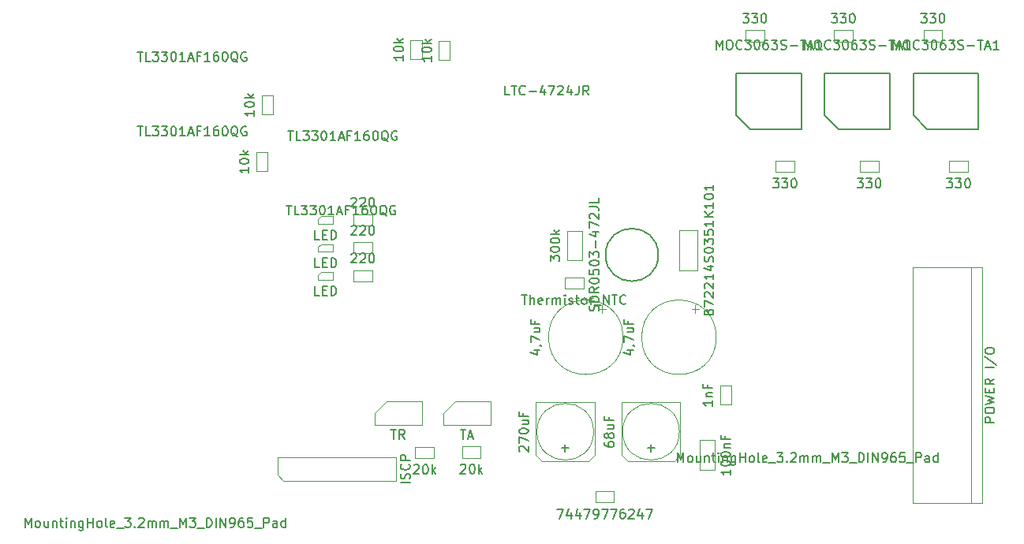
<source format=gbr>
G04 #@! TF.GenerationSoftware,KiCad,Pcbnew,no-vcs-found-104b606~61~ubuntu16.04.1*
G04 #@! TF.CreationDate,2018-02-16T14:36:21-05:00*
G04 #@! TF.ProjectId,D21_2550,4432315F323535302E6B696361645F70,rev?*
G04 #@! TF.SameCoordinates,Original*
G04 #@! TF.FileFunction,Other,Fab,Top*
%FSLAX46Y46*%
G04 Gerber Fmt 4.6, Leading zero omitted, Abs format (unit mm)*
G04 Created by KiCad (PCBNEW no-vcs-found-104b606~61~ubuntu16.04.1) date Fri Feb 16 14:36:21 2018*
%MOMM*%
%LPD*%
G01*
G04 APERTURE LIST*
%ADD10C,0.100000*%
%ADD11C,0.150000*%
G04 APERTURE END LIST*
D10*
X149200000Y-114850000D02*
G75*
G03X149200000Y-114850000I-4000000J0D01*
G01*
X146947500Y-111423241D02*
X146947500Y-112223241D01*
X147347500Y-111823241D02*
X146547500Y-111823241D01*
X159600000Y-120057500D02*
X160800000Y-120057500D01*
X160800000Y-120057500D02*
X160800000Y-122057500D01*
X160800000Y-122057500D02*
X159600000Y-122057500D01*
X159600000Y-122057500D02*
X159600000Y-120057500D01*
X146041381Y-125000000D02*
G75*
G03X146041381Y-125000000I-3041381J0D01*
G01*
X146150000Y-121850000D02*
X139850000Y-121850000D01*
X146150000Y-127480000D02*
X146150000Y-121850000D01*
X145480000Y-128150000D02*
X146150000Y-127480000D01*
X140520000Y-128150000D02*
X145480000Y-128150000D01*
X139850000Y-127480000D02*
X140520000Y-128150000D01*
X139850000Y-121850000D02*
X139850000Y-127480000D01*
X149050000Y-121850000D02*
X149050000Y-127480000D01*
X149050000Y-127480000D02*
X149720000Y-128150000D01*
X149720000Y-128150000D02*
X154680000Y-128150000D01*
X154680000Y-128150000D02*
X155350000Y-127480000D01*
X155350000Y-127480000D02*
X155350000Y-121850000D01*
X155350000Y-121850000D02*
X149050000Y-121850000D01*
X155241381Y-125000000D02*
G75*
G03X155241381Y-125000000I-3041381J0D01*
G01*
X157347500Y-111823241D02*
X156547500Y-111823241D01*
X156947500Y-111423241D02*
X156947500Y-112223241D01*
X159200000Y-114850000D02*
G75*
G03X159200000Y-114850000I-4000000J0D01*
G01*
X159000000Y-129107500D02*
X157400000Y-129107500D01*
X157400000Y-129107500D02*
X157400000Y-125907500D01*
X157400000Y-125907500D02*
X159000000Y-125907500D01*
X159000000Y-125907500D02*
X159000000Y-129107500D01*
X118060000Y-101850000D02*
X116760000Y-101850000D01*
X116760000Y-101850000D02*
X116460000Y-102150000D01*
X116460000Y-102150000D02*
X116460000Y-102650000D01*
X116460000Y-102650000D02*
X118060000Y-102650000D01*
X118060000Y-102650000D02*
X118060000Y-101850000D01*
X118060000Y-105650000D02*
X118060000Y-104850000D01*
X116460000Y-105650000D02*
X118060000Y-105650000D01*
X116460000Y-105150000D02*
X116460000Y-105650000D01*
X116760000Y-104850000D02*
X116460000Y-105150000D01*
X118060000Y-104850000D02*
X116760000Y-104850000D01*
X118060000Y-107850000D02*
X116760000Y-107850000D01*
X116760000Y-107850000D02*
X116460000Y-108150000D01*
X116460000Y-108150000D02*
X116460000Y-108650000D01*
X116460000Y-108650000D02*
X118060000Y-108650000D01*
X118060000Y-108650000D02*
X118060000Y-107850000D01*
D11*
X152978427Y-106000000D02*
G75*
G03X152978427Y-106000000I-2828427J0D01*
G01*
D10*
X146242500Y-132600000D02*
X146242500Y-131400000D01*
X146242500Y-131400000D02*
X148242500Y-131400000D01*
X148242500Y-131400000D02*
X148242500Y-132600000D01*
X148242500Y-132600000D02*
X146242500Y-132600000D01*
X186550000Y-132650000D02*
X186550000Y-107350000D01*
X180250000Y-132650000D02*
X187750000Y-132650000D01*
X187750000Y-132650000D02*
X187750000Y-107350000D01*
X187750000Y-107350000D02*
X180250000Y-107350000D01*
X180250000Y-107350000D02*
X180250000Y-132650000D01*
X129911209Y-123000000D02*
X131181209Y-121730000D01*
X129911209Y-124270000D02*
X129911209Y-123000000D01*
X134991209Y-124270000D02*
X129911209Y-124270000D01*
X134991209Y-121730000D02*
X134991209Y-124270000D01*
X131181209Y-121730000D02*
X134991209Y-121730000D01*
X123790000Y-121730000D02*
X127600000Y-121730000D01*
X127600000Y-121730000D02*
X127600000Y-124270000D01*
X127600000Y-124270000D02*
X122520000Y-124270000D01*
X122520000Y-124270000D02*
X122520000Y-123000000D01*
X122520000Y-123000000D02*
X123790000Y-121730000D01*
X112110000Y-129635000D02*
X112110000Y-127730000D01*
X112110000Y-127730000D02*
X124810000Y-127730000D01*
X124810000Y-127730000D02*
X124810000Y-130270000D01*
X124810000Y-130270000D02*
X112745000Y-130270000D01*
X112745000Y-130270000D02*
X112110000Y-129635000D01*
X143200000Y-103400000D02*
X144800000Y-103400000D01*
X144800000Y-103400000D02*
X144800000Y-106600000D01*
X144800000Y-106600000D02*
X143200000Y-106600000D01*
X143200000Y-106600000D02*
X143200000Y-103400000D01*
X167570000Y-97090000D02*
X165570000Y-97090000D01*
X167570000Y-95890000D02*
X167570000Y-97090000D01*
X165570000Y-95890000D02*
X167570000Y-95890000D01*
X165570000Y-97090000D02*
X165570000Y-95890000D01*
X174620000Y-97090000D02*
X174620000Y-95890000D01*
X174620000Y-95890000D02*
X176620000Y-95890000D01*
X176620000Y-95890000D02*
X176620000Y-97090000D01*
X176620000Y-97090000D02*
X174620000Y-97090000D01*
X184210000Y-97090000D02*
X184210000Y-95890000D01*
X184210000Y-95890000D02*
X186210000Y-95890000D01*
X186210000Y-95890000D02*
X186210000Y-97090000D01*
X186210000Y-97090000D02*
X184210000Y-97090000D01*
X164342500Y-81890000D02*
X164342500Y-83090000D01*
X164342500Y-83090000D02*
X162342500Y-83090000D01*
X162342500Y-83090000D02*
X162342500Y-81890000D01*
X162342500Y-81890000D02*
X164342500Y-81890000D01*
X171842500Y-81890000D02*
X173842500Y-81890000D01*
X171842500Y-83090000D02*
X171842500Y-81890000D01*
X173842500Y-83090000D02*
X171842500Y-83090000D01*
X173842500Y-81890000D02*
X173842500Y-83090000D01*
X183462500Y-81890000D02*
X183462500Y-83090000D01*
X183462500Y-83090000D02*
X181462500Y-83090000D01*
X181462500Y-83090000D02*
X181462500Y-81890000D01*
X181462500Y-81890000D02*
X183462500Y-81890000D01*
X131917500Y-127790000D02*
X131917500Y-126590000D01*
X131917500Y-126590000D02*
X133917500Y-126590000D01*
X133917500Y-126590000D02*
X133917500Y-127790000D01*
X133917500Y-127790000D02*
X131917500Y-127790000D01*
X128907500Y-127830000D02*
X126907500Y-127830000D01*
X128907500Y-126630000D02*
X128907500Y-127830000D01*
X126907500Y-126630000D02*
X128907500Y-126630000D01*
X126907500Y-127830000D02*
X126907500Y-126630000D01*
X110400000Y-88910000D02*
X111600000Y-88910000D01*
X111600000Y-88910000D02*
X111600000Y-90910000D01*
X111600000Y-90910000D02*
X110400000Y-90910000D01*
X110400000Y-90910000D02*
X110400000Y-88910000D01*
X109840000Y-97010000D02*
X109840000Y-95010000D01*
X111040000Y-97010000D02*
X109840000Y-97010000D01*
X111040000Y-95010000D02*
X111040000Y-97010000D01*
X109840000Y-95010000D02*
X111040000Y-95010000D01*
X126400000Y-84957500D02*
X126400000Y-82957500D01*
X127600000Y-84957500D02*
X126400000Y-84957500D01*
X127600000Y-82957500D02*
X127600000Y-84957500D01*
X126400000Y-82957500D02*
X127600000Y-82957500D01*
X129400000Y-83042500D02*
X130600000Y-83042500D01*
X130600000Y-83042500D02*
X130600000Y-85042500D01*
X130600000Y-85042500D02*
X129400000Y-85042500D01*
X129400000Y-85042500D02*
X129400000Y-83042500D01*
X122260000Y-101650000D02*
X122260000Y-102850000D01*
X122260000Y-102850000D02*
X120260000Y-102850000D01*
X120260000Y-102850000D02*
X120260000Y-101650000D01*
X120260000Y-101650000D02*
X122260000Y-101650000D01*
X120260000Y-104650000D02*
X122260000Y-104650000D01*
X120260000Y-105850000D02*
X120260000Y-104650000D01*
X122260000Y-105850000D02*
X120260000Y-105850000D01*
X122260000Y-104650000D02*
X122260000Y-105850000D01*
X122260000Y-107650000D02*
X122260000Y-108850000D01*
X122260000Y-108850000D02*
X120260000Y-108850000D01*
X120260000Y-108850000D02*
X120260000Y-107650000D01*
X120260000Y-107650000D02*
X122260000Y-107650000D01*
X155250000Y-107650000D02*
X157150000Y-107650000D01*
X157150000Y-107650000D02*
X157150000Y-103350000D01*
X157150000Y-103350000D02*
X155250000Y-103350000D01*
X155250000Y-103350000D02*
X155250000Y-107650000D01*
X144957500Y-109600000D02*
X142957500Y-109600000D01*
X144957500Y-108400000D02*
X144957500Y-109600000D01*
X142957500Y-108400000D02*
X144957500Y-108400000D01*
X142957500Y-109600000D02*
X142957500Y-108400000D01*
D11*
X168325952Y-86490000D02*
X168325952Y-92490000D01*
X168325952Y-92490000D02*
X162825952Y-92490000D01*
X162825952Y-92490000D02*
X161325952Y-90990000D01*
X161325952Y-90990000D02*
X161325952Y-86490000D01*
X161325952Y-86490000D02*
X168325952Y-86490000D01*
X170830000Y-86490000D02*
X177830000Y-86490000D01*
X170830000Y-90990000D02*
X170830000Y-86490000D01*
X172330000Y-92490000D02*
X170830000Y-90990000D01*
X177830000Y-92490000D02*
X172330000Y-92490000D01*
X177830000Y-86490000D02*
X177830000Y-92490000D01*
X187345952Y-86490000D02*
X187345952Y-92490000D01*
X187345952Y-92490000D02*
X181845952Y-92490000D01*
X181845952Y-92490000D02*
X180345952Y-90990000D01*
X180345952Y-90990000D02*
X180345952Y-86490000D01*
X180345952Y-86490000D02*
X187345952Y-86490000D01*
X139615714Y-116254761D02*
X140282380Y-116254761D01*
X139234761Y-116492857D02*
X139949047Y-116730952D01*
X139949047Y-116111904D01*
X140234761Y-115683333D02*
X140282380Y-115683333D01*
X140377619Y-115730952D01*
X140425238Y-115778571D01*
X139282380Y-115350000D02*
X139282380Y-114683333D01*
X140282380Y-115111904D01*
X139615714Y-113873809D02*
X140282380Y-113873809D01*
X139615714Y-114302380D02*
X140139523Y-114302380D01*
X140234761Y-114254761D01*
X140282380Y-114159523D01*
X140282380Y-114016666D01*
X140234761Y-113921428D01*
X140187142Y-113873809D01*
X139758571Y-113064285D02*
X139758571Y-113397619D01*
X140282380Y-113397619D02*
X139282380Y-113397619D01*
X139282380Y-112921428D01*
X158802380Y-121652738D02*
X158802380Y-122224166D01*
X158802380Y-121938452D02*
X157802380Y-121938452D01*
X157945238Y-122033690D01*
X158040476Y-122128928D01*
X158088095Y-122224166D01*
X158135714Y-121224166D02*
X158802380Y-121224166D01*
X158230952Y-121224166D02*
X158183333Y-121176547D01*
X158135714Y-121081309D01*
X158135714Y-120938452D01*
X158183333Y-120843214D01*
X158278571Y-120795595D01*
X158802380Y-120795595D01*
X158278571Y-119986071D02*
X158278571Y-120319404D01*
X158802380Y-120319404D02*
X157802380Y-120319404D01*
X157802380Y-119843214D01*
X138117619Y-127119047D02*
X138070000Y-127071428D01*
X138022380Y-126976190D01*
X138022380Y-126738095D01*
X138070000Y-126642857D01*
X138117619Y-126595238D01*
X138212857Y-126547619D01*
X138308095Y-126547619D01*
X138450952Y-126595238D01*
X139022380Y-127166666D01*
X139022380Y-126547619D01*
X138022380Y-126214285D02*
X138022380Y-125547619D01*
X139022380Y-125976190D01*
X138022380Y-124976190D02*
X138022380Y-124880952D01*
X138070000Y-124785714D01*
X138117619Y-124738095D01*
X138212857Y-124690476D01*
X138403333Y-124642857D01*
X138641428Y-124642857D01*
X138831904Y-124690476D01*
X138927142Y-124738095D01*
X138974761Y-124785714D01*
X139022380Y-124880952D01*
X139022380Y-124976190D01*
X138974761Y-125071428D01*
X138927142Y-125119047D01*
X138831904Y-125166666D01*
X138641428Y-125214285D01*
X138403333Y-125214285D01*
X138212857Y-125166666D01*
X138117619Y-125119047D01*
X138070000Y-125071428D01*
X138022380Y-124976190D01*
X138355714Y-123785714D02*
X139022380Y-123785714D01*
X138355714Y-124214285D02*
X138879523Y-124214285D01*
X138974761Y-124166666D01*
X139022380Y-124071428D01*
X139022380Y-123928571D01*
X138974761Y-123833333D01*
X138927142Y-123785714D01*
X138498571Y-122976190D02*
X138498571Y-123309523D01*
X139022380Y-123309523D02*
X138022380Y-123309523D01*
X138022380Y-122833333D01*
X142991428Y-127110952D02*
X142991428Y-126349047D01*
X143372380Y-126730000D02*
X142610476Y-126730000D01*
X147222380Y-126166666D02*
X147222380Y-126357142D01*
X147270000Y-126452380D01*
X147317619Y-126500000D01*
X147460476Y-126595238D01*
X147650952Y-126642857D01*
X148031904Y-126642857D01*
X148127142Y-126595238D01*
X148174761Y-126547619D01*
X148222380Y-126452380D01*
X148222380Y-126261904D01*
X148174761Y-126166666D01*
X148127142Y-126119047D01*
X148031904Y-126071428D01*
X147793809Y-126071428D01*
X147698571Y-126119047D01*
X147650952Y-126166666D01*
X147603333Y-126261904D01*
X147603333Y-126452380D01*
X147650952Y-126547619D01*
X147698571Y-126595238D01*
X147793809Y-126642857D01*
X147650952Y-125500000D02*
X147603333Y-125595238D01*
X147555714Y-125642857D01*
X147460476Y-125690476D01*
X147412857Y-125690476D01*
X147317619Y-125642857D01*
X147270000Y-125595238D01*
X147222380Y-125500000D01*
X147222380Y-125309523D01*
X147270000Y-125214285D01*
X147317619Y-125166666D01*
X147412857Y-125119047D01*
X147460476Y-125119047D01*
X147555714Y-125166666D01*
X147603333Y-125214285D01*
X147650952Y-125309523D01*
X147650952Y-125500000D01*
X147698571Y-125595238D01*
X147746190Y-125642857D01*
X147841428Y-125690476D01*
X148031904Y-125690476D01*
X148127142Y-125642857D01*
X148174761Y-125595238D01*
X148222380Y-125500000D01*
X148222380Y-125309523D01*
X148174761Y-125214285D01*
X148127142Y-125166666D01*
X148031904Y-125119047D01*
X147841428Y-125119047D01*
X147746190Y-125166666D01*
X147698571Y-125214285D01*
X147650952Y-125309523D01*
X147555714Y-124261904D02*
X148222380Y-124261904D01*
X147555714Y-124690476D02*
X148079523Y-124690476D01*
X148174761Y-124642857D01*
X148222380Y-124547619D01*
X148222380Y-124404761D01*
X148174761Y-124309523D01*
X148127142Y-124261904D01*
X147698571Y-123452380D02*
X147698571Y-123785714D01*
X148222380Y-123785714D02*
X147222380Y-123785714D01*
X147222380Y-123309523D01*
X152191428Y-127110952D02*
X152191428Y-126349047D01*
X152572380Y-126730000D02*
X151810476Y-126730000D01*
X149615714Y-116254761D02*
X150282380Y-116254761D01*
X149234761Y-116492857D02*
X149949047Y-116730952D01*
X149949047Y-116111904D01*
X150234761Y-115683333D02*
X150282380Y-115683333D01*
X150377619Y-115730952D01*
X150425238Y-115778571D01*
X149282380Y-115350000D02*
X149282380Y-114683333D01*
X150282380Y-115111904D01*
X149615714Y-113873809D02*
X150282380Y-113873809D01*
X149615714Y-114302380D02*
X150139523Y-114302380D01*
X150234761Y-114254761D01*
X150282380Y-114159523D01*
X150282380Y-114016666D01*
X150234761Y-113921428D01*
X150187142Y-113873809D01*
X149758571Y-113064285D02*
X149758571Y-113397619D01*
X150282380Y-113397619D02*
X149282380Y-113397619D01*
X149282380Y-112921428D01*
X160702380Y-129055119D02*
X160702380Y-129626547D01*
X160702380Y-129340833D02*
X159702380Y-129340833D01*
X159845238Y-129436071D01*
X159940476Y-129531309D01*
X159988095Y-129626547D01*
X159702380Y-128436071D02*
X159702380Y-128340833D01*
X159750000Y-128245595D01*
X159797619Y-128197976D01*
X159892857Y-128150357D01*
X160083333Y-128102738D01*
X160321428Y-128102738D01*
X160511904Y-128150357D01*
X160607142Y-128197976D01*
X160654761Y-128245595D01*
X160702380Y-128340833D01*
X160702380Y-128436071D01*
X160654761Y-128531309D01*
X160607142Y-128578928D01*
X160511904Y-128626547D01*
X160321428Y-128674166D01*
X160083333Y-128674166D01*
X159892857Y-128626547D01*
X159797619Y-128578928D01*
X159750000Y-128531309D01*
X159702380Y-128436071D01*
X159702380Y-127483690D02*
X159702380Y-127388452D01*
X159750000Y-127293214D01*
X159797619Y-127245595D01*
X159892857Y-127197976D01*
X160083333Y-127150357D01*
X160321428Y-127150357D01*
X160511904Y-127197976D01*
X160607142Y-127245595D01*
X160654761Y-127293214D01*
X160702380Y-127388452D01*
X160702380Y-127483690D01*
X160654761Y-127578928D01*
X160607142Y-127626547D01*
X160511904Y-127674166D01*
X160321428Y-127721785D01*
X160083333Y-127721785D01*
X159892857Y-127674166D01*
X159797619Y-127626547D01*
X159750000Y-127578928D01*
X159702380Y-127483690D01*
X160035714Y-126721785D02*
X160702380Y-126721785D01*
X160130952Y-126721785D02*
X160083333Y-126674166D01*
X160035714Y-126578928D01*
X160035714Y-126436071D01*
X160083333Y-126340833D01*
X160178571Y-126293214D01*
X160702380Y-126293214D01*
X160178571Y-125483690D02*
X160178571Y-125817023D01*
X160702380Y-125817023D02*
X159702380Y-125817023D01*
X159702380Y-125340833D01*
X116617142Y-104352380D02*
X116140952Y-104352380D01*
X116140952Y-103352380D01*
X116950476Y-103828571D02*
X117283809Y-103828571D01*
X117426666Y-104352380D02*
X116950476Y-104352380D01*
X116950476Y-103352380D01*
X117426666Y-103352380D01*
X117855238Y-104352380D02*
X117855238Y-103352380D01*
X118093333Y-103352380D01*
X118236190Y-103400000D01*
X118331428Y-103495238D01*
X118379047Y-103590476D01*
X118426666Y-103780952D01*
X118426666Y-103923809D01*
X118379047Y-104114285D01*
X118331428Y-104209523D01*
X118236190Y-104304761D01*
X118093333Y-104352380D01*
X117855238Y-104352380D01*
X116617142Y-107352380D02*
X116140952Y-107352380D01*
X116140952Y-106352380D01*
X116950476Y-106828571D02*
X117283809Y-106828571D01*
X117426666Y-107352380D02*
X116950476Y-107352380D01*
X116950476Y-106352380D01*
X117426666Y-106352380D01*
X117855238Y-107352380D02*
X117855238Y-106352380D01*
X118093333Y-106352380D01*
X118236190Y-106400000D01*
X118331428Y-106495238D01*
X118379047Y-106590476D01*
X118426666Y-106780952D01*
X118426666Y-106923809D01*
X118379047Y-107114285D01*
X118331428Y-107209523D01*
X118236190Y-107304761D01*
X118093333Y-107352380D01*
X117855238Y-107352380D01*
X116617142Y-110352380D02*
X116140952Y-110352380D01*
X116140952Y-109352380D01*
X116950476Y-109828571D02*
X117283809Y-109828571D01*
X117426666Y-110352380D02*
X116950476Y-110352380D01*
X116950476Y-109352380D01*
X117426666Y-109352380D01*
X117855238Y-110352380D02*
X117855238Y-109352380D01*
X118093333Y-109352380D01*
X118236190Y-109400000D01*
X118331428Y-109495238D01*
X118379047Y-109590476D01*
X118426666Y-109780952D01*
X118426666Y-109923809D01*
X118379047Y-110114285D01*
X118331428Y-110209523D01*
X118236190Y-110304761D01*
X118093333Y-110352380D01*
X117855238Y-110352380D01*
X137023809Y-88832380D02*
X136547619Y-88832380D01*
X136547619Y-87832380D01*
X137214285Y-87832380D02*
X137785714Y-87832380D01*
X137500000Y-88832380D02*
X137500000Y-87832380D01*
X138690476Y-88737142D02*
X138642857Y-88784761D01*
X138500000Y-88832380D01*
X138404761Y-88832380D01*
X138261904Y-88784761D01*
X138166666Y-88689523D01*
X138119047Y-88594285D01*
X138071428Y-88403809D01*
X138071428Y-88260952D01*
X138119047Y-88070476D01*
X138166666Y-87975238D01*
X138261904Y-87880000D01*
X138404761Y-87832380D01*
X138500000Y-87832380D01*
X138642857Y-87880000D01*
X138690476Y-87927619D01*
X139119047Y-88451428D02*
X139880952Y-88451428D01*
X140785714Y-88165714D02*
X140785714Y-88832380D01*
X140547619Y-87784761D02*
X140309523Y-88499047D01*
X140928571Y-88499047D01*
X141214285Y-87832380D02*
X141880952Y-87832380D01*
X141452380Y-88832380D01*
X142214285Y-87927619D02*
X142261904Y-87880000D01*
X142357142Y-87832380D01*
X142595238Y-87832380D01*
X142690476Y-87880000D01*
X142738095Y-87927619D01*
X142785714Y-88022857D01*
X142785714Y-88118095D01*
X142738095Y-88260952D01*
X142166666Y-88832380D01*
X142785714Y-88832380D01*
X143642857Y-88165714D02*
X143642857Y-88832380D01*
X143404761Y-87784761D02*
X143166666Y-88499047D01*
X143785714Y-88499047D01*
X144452380Y-87832380D02*
X144452380Y-88546666D01*
X144404761Y-88689523D01*
X144309523Y-88784761D01*
X144166666Y-88832380D01*
X144071428Y-88832380D01*
X145500000Y-88832380D02*
X145166666Y-88356190D01*
X144928571Y-88832380D02*
X144928571Y-87832380D01*
X145309523Y-87832380D01*
X145404761Y-87880000D01*
X145452380Y-87927619D01*
X145500000Y-88022857D01*
X145500000Y-88165714D01*
X145452380Y-88260952D01*
X145404761Y-88308571D01*
X145309523Y-88356190D01*
X144928571Y-88356190D01*
X146554761Y-112023809D02*
X146602380Y-111880952D01*
X146602380Y-111642857D01*
X146554761Y-111547619D01*
X146507142Y-111500000D01*
X146411904Y-111452380D01*
X146316666Y-111452380D01*
X146221428Y-111500000D01*
X146173809Y-111547619D01*
X146126190Y-111642857D01*
X146078571Y-111833333D01*
X146030952Y-111928571D01*
X145983333Y-111976190D01*
X145888095Y-112023809D01*
X145792857Y-112023809D01*
X145697619Y-111976190D01*
X145650000Y-111928571D01*
X145602380Y-111833333D01*
X145602380Y-111595238D01*
X145650000Y-111452380D01*
X146602380Y-111023809D02*
X145602380Y-111023809D01*
X145602380Y-110785714D01*
X145650000Y-110642857D01*
X145745238Y-110547619D01*
X145840476Y-110500000D01*
X146030952Y-110452380D01*
X146173809Y-110452380D01*
X146364285Y-110500000D01*
X146459523Y-110547619D01*
X146554761Y-110642857D01*
X146602380Y-110785714D01*
X146602380Y-111023809D01*
X146602380Y-109452380D02*
X146126190Y-109785714D01*
X146602380Y-110023809D02*
X145602380Y-110023809D01*
X145602380Y-109642857D01*
X145650000Y-109547619D01*
X145697619Y-109500000D01*
X145792857Y-109452380D01*
X145935714Y-109452380D01*
X146030952Y-109500000D01*
X146078571Y-109547619D01*
X146126190Y-109642857D01*
X146126190Y-110023809D01*
X145602380Y-108833333D02*
X145602380Y-108738095D01*
X145650000Y-108642857D01*
X145697619Y-108595238D01*
X145792857Y-108547619D01*
X145983333Y-108500000D01*
X146221428Y-108500000D01*
X146411904Y-108547619D01*
X146507142Y-108595238D01*
X146554761Y-108642857D01*
X146602380Y-108738095D01*
X146602380Y-108833333D01*
X146554761Y-108928571D01*
X146507142Y-108976190D01*
X146411904Y-109023809D01*
X146221428Y-109071428D01*
X145983333Y-109071428D01*
X145792857Y-109023809D01*
X145697619Y-108976190D01*
X145650000Y-108928571D01*
X145602380Y-108833333D01*
X145602380Y-107595238D02*
X145602380Y-108071428D01*
X146078571Y-108119047D01*
X146030952Y-108071428D01*
X145983333Y-107976190D01*
X145983333Y-107738095D01*
X146030952Y-107642857D01*
X146078571Y-107595238D01*
X146173809Y-107547619D01*
X146411904Y-107547619D01*
X146507142Y-107595238D01*
X146554761Y-107642857D01*
X146602380Y-107738095D01*
X146602380Y-107976190D01*
X146554761Y-108071428D01*
X146507142Y-108119047D01*
X145602380Y-106928571D02*
X145602380Y-106833333D01*
X145650000Y-106738095D01*
X145697619Y-106690476D01*
X145792857Y-106642857D01*
X145983333Y-106595238D01*
X146221428Y-106595238D01*
X146411904Y-106642857D01*
X146507142Y-106690476D01*
X146554761Y-106738095D01*
X146602380Y-106833333D01*
X146602380Y-106928571D01*
X146554761Y-107023809D01*
X146507142Y-107071428D01*
X146411904Y-107119047D01*
X146221428Y-107166666D01*
X145983333Y-107166666D01*
X145792857Y-107119047D01*
X145697619Y-107071428D01*
X145650000Y-107023809D01*
X145602380Y-106928571D01*
X145602380Y-106261904D02*
X145602380Y-105642857D01*
X145983333Y-105976190D01*
X145983333Y-105833333D01*
X146030952Y-105738095D01*
X146078571Y-105690476D01*
X146173809Y-105642857D01*
X146411904Y-105642857D01*
X146507142Y-105690476D01*
X146554761Y-105738095D01*
X146602380Y-105833333D01*
X146602380Y-106119047D01*
X146554761Y-106214285D01*
X146507142Y-106261904D01*
X146221428Y-105214285D02*
X146221428Y-104452380D01*
X145935714Y-103547619D02*
X146602380Y-103547619D01*
X145554761Y-103785714D02*
X146269047Y-104023809D01*
X146269047Y-103404761D01*
X145602380Y-103119047D02*
X145602380Y-102452380D01*
X146602380Y-102880952D01*
X145697619Y-102119047D02*
X145650000Y-102071428D01*
X145602380Y-101976190D01*
X145602380Y-101738095D01*
X145650000Y-101642857D01*
X145697619Y-101595238D01*
X145792857Y-101547619D01*
X145888095Y-101547619D01*
X146030952Y-101595238D01*
X146602380Y-102166666D01*
X146602380Y-101547619D01*
X145602380Y-100833333D02*
X146316666Y-100833333D01*
X146459523Y-100880952D01*
X146554761Y-100976190D01*
X146602380Y-101119047D01*
X146602380Y-101214285D01*
X146602380Y-99880952D02*
X146602380Y-100357142D01*
X145602380Y-100357142D01*
X142147261Y-133302380D02*
X142813928Y-133302380D01*
X142385357Y-134302380D01*
X143623452Y-133635714D02*
X143623452Y-134302380D01*
X143385357Y-133254761D02*
X143147261Y-133969047D01*
X143766309Y-133969047D01*
X144575833Y-133635714D02*
X144575833Y-134302380D01*
X144337738Y-133254761D02*
X144099642Y-133969047D01*
X144718690Y-133969047D01*
X145004404Y-133302380D02*
X145671071Y-133302380D01*
X145242500Y-134302380D01*
X146099642Y-134302380D02*
X146290119Y-134302380D01*
X146385357Y-134254761D01*
X146432976Y-134207142D01*
X146528214Y-134064285D01*
X146575833Y-133873809D01*
X146575833Y-133492857D01*
X146528214Y-133397619D01*
X146480595Y-133350000D01*
X146385357Y-133302380D01*
X146194880Y-133302380D01*
X146099642Y-133350000D01*
X146052023Y-133397619D01*
X146004404Y-133492857D01*
X146004404Y-133730952D01*
X146052023Y-133826190D01*
X146099642Y-133873809D01*
X146194880Y-133921428D01*
X146385357Y-133921428D01*
X146480595Y-133873809D01*
X146528214Y-133826190D01*
X146575833Y-133730952D01*
X146909166Y-133302380D02*
X147575833Y-133302380D01*
X147147261Y-134302380D01*
X147861547Y-133302380D02*
X148528214Y-133302380D01*
X148099642Y-134302380D01*
X149337738Y-133302380D02*
X149147261Y-133302380D01*
X149052023Y-133350000D01*
X149004404Y-133397619D01*
X148909166Y-133540476D01*
X148861547Y-133730952D01*
X148861547Y-134111904D01*
X148909166Y-134207142D01*
X148956785Y-134254761D01*
X149052023Y-134302380D01*
X149242500Y-134302380D01*
X149337738Y-134254761D01*
X149385357Y-134207142D01*
X149432976Y-134111904D01*
X149432976Y-133873809D01*
X149385357Y-133778571D01*
X149337738Y-133730952D01*
X149242500Y-133683333D01*
X149052023Y-133683333D01*
X148956785Y-133730952D01*
X148909166Y-133778571D01*
X148861547Y-133873809D01*
X149813928Y-133397619D02*
X149861547Y-133350000D01*
X149956785Y-133302380D01*
X150194880Y-133302380D01*
X150290119Y-133350000D01*
X150337738Y-133397619D01*
X150385357Y-133492857D01*
X150385357Y-133588095D01*
X150337738Y-133730952D01*
X149766309Y-134302380D01*
X150385357Y-134302380D01*
X151242500Y-133635714D02*
X151242500Y-134302380D01*
X151004404Y-133254761D02*
X150766309Y-133969047D01*
X151385357Y-133969047D01*
X151671071Y-133302380D02*
X152337738Y-133302380D01*
X151909166Y-134302380D01*
X189052380Y-123986190D02*
X188052380Y-123986190D01*
X188052380Y-123605238D01*
X188100000Y-123510000D01*
X188147619Y-123462380D01*
X188242857Y-123414761D01*
X188385714Y-123414761D01*
X188480952Y-123462380D01*
X188528571Y-123510000D01*
X188576190Y-123605238D01*
X188576190Y-123986190D01*
X188052380Y-122795714D02*
X188052380Y-122605238D01*
X188100000Y-122510000D01*
X188195238Y-122414761D01*
X188385714Y-122367142D01*
X188719047Y-122367142D01*
X188909523Y-122414761D01*
X189004761Y-122510000D01*
X189052380Y-122605238D01*
X189052380Y-122795714D01*
X189004761Y-122890952D01*
X188909523Y-122986190D01*
X188719047Y-123033809D01*
X188385714Y-123033809D01*
X188195238Y-122986190D01*
X188100000Y-122890952D01*
X188052380Y-122795714D01*
X188052380Y-122033809D02*
X189052380Y-121795714D01*
X188338095Y-121605238D01*
X189052380Y-121414761D01*
X188052380Y-121176666D01*
X188528571Y-120795714D02*
X188528571Y-120462380D01*
X189052380Y-120319523D02*
X189052380Y-120795714D01*
X188052380Y-120795714D01*
X188052380Y-120319523D01*
X189052380Y-119319523D02*
X188576190Y-119652857D01*
X189052380Y-119890952D02*
X188052380Y-119890952D01*
X188052380Y-119510000D01*
X188100000Y-119414761D01*
X188147619Y-119367142D01*
X188242857Y-119319523D01*
X188385714Y-119319523D01*
X188480952Y-119367142D01*
X188528571Y-119414761D01*
X188576190Y-119510000D01*
X188576190Y-119890952D01*
X189052380Y-118129047D02*
X188052380Y-118129047D01*
X188004761Y-116938571D02*
X189290476Y-117795714D01*
X188052380Y-116414761D02*
X188052380Y-116224285D01*
X188100000Y-116129047D01*
X188195238Y-116033809D01*
X188385714Y-115986190D01*
X188719047Y-115986190D01*
X188909523Y-116033809D01*
X189004761Y-116129047D01*
X189052380Y-116224285D01*
X189052380Y-116414761D01*
X189004761Y-116510000D01*
X188909523Y-116605238D01*
X188719047Y-116652857D01*
X188385714Y-116652857D01*
X188195238Y-116605238D01*
X188100000Y-116510000D01*
X188052380Y-116414761D01*
X131736923Y-124782380D02*
X132308351Y-124782380D01*
X132022637Y-125782380D02*
X132022637Y-124782380D01*
X132594066Y-125496666D02*
X133070256Y-125496666D01*
X132498828Y-125782380D02*
X132832161Y-124782380D01*
X133165494Y-125782380D01*
X124274285Y-124782380D02*
X124845714Y-124782380D01*
X124560000Y-125782380D02*
X124560000Y-124782380D01*
X125750476Y-125782380D02*
X125417142Y-125306190D01*
X125179047Y-125782380D02*
X125179047Y-124782380D01*
X125560000Y-124782380D01*
X125655238Y-124830000D01*
X125702857Y-124877619D01*
X125750476Y-124972857D01*
X125750476Y-125115714D01*
X125702857Y-125210952D01*
X125655238Y-125258571D01*
X125560000Y-125306190D01*
X125179047Y-125306190D01*
X126322380Y-130476190D02*
X125322380Y-130476190D01*
X126274761Y-130047619D02*
X126322380Y-129904761D01*
X126322380Y-129666666D01*
X126274761Y-129571428D01*
X126227142Y-129523809D01*
X126131904Y-129476190D01*
X126036666Y-129476190D01*
X125941428Y-129523809D01*
X125893809Y-129571428D01*
X125846190Y-129666666D01*
X125798571Y-129857142D01*
X125750952Y-129952380D01*
X125703333Y-130000000D01*
X125608095Y-130047619D01*
X125512857Y-130047619D01*
X125417619Y-130000000D01*
X125370000Y-129952380D01*
X125322380Y-129857142D01*
X125322380Y-129619047D01*
X125370000Y-129476190D01*
X126227142Y-128476190D02*
X126274761Y-128523809D01*
X126322380Y-128666666D01*
X126322380Y-128761904D01*
X126274761Y-128904761D01*
X126179523Y-129000000D01*
X126084285Y-129047619D01*
X125893809Y-129095238D01*
X125750952Y-129095238D01*
X125560476Y-129047619D01*
X125465238Y-129000000D01*
X125370000Y-128904761D01*
X125322380Y-128761904D01*
X125322380Y-128666666D01*
X125370000Y-128523809D01*
X125417619Y-128476190D01*
X126322380Y-128047619D02*
X125322380Y-128047619D01*
X125322380Y-127666666D01*
X125370000Y-127571428D01*
X125417619Y-127523809D01*
X125512857Y-127476190D01*
X125655714Y-127476190D01*
X125750952Y-127523809D01*
X125798571Y-127571428D01*
X125846190Y-127666666D01*
X125846190Y-128047619D01*
X141402380Y-106690476D02*
X141402380Y-106071428D01*
X141783333Y-106404761D01*
X141783333Y-106261904D01*
X141830952Y-106166666D01*
X141878571Y-106119047D01*
X141973809Y-106071428D01*
X142211904Y-106071428D01*
X142307142Y-106119047D01*
X142354761Y-106166666D01*
X142402380Y-106261904D01*
X142402380Y-106547619D01*
X142354761Y-106642857D01*
X142307142Y-106690476D01*
X141402380Y-105452380D02*
X141402380Y-105357142D01*
X141450000Y-105261904D01*
X141497619Y-105214285D01*
X141592857Y-105166666D01*
X141783333Y-105119047D01*
X142021428Y-105119047D01*
X142211904Y-105166666D01*
X142307142Y-105214285D01*
X142354761Y-105261904D01*
X142402380Y-105357142D01*
X142402380Y-105452380D01*
X142354761Y-105547619D01*
X142307142Y-105595238D01*
X142211904Y-105642857D01*
X142021428Y-105690476D01*
X141783333Y-105690476D01*
X141592857Y-105642857D01*
X141497619Y-105595238D01*
X141450000Y-105547619D01*
X141402380Y-105452380D01*
X141402380Y-104500000D02*
X141402380Y-104404761D01*
X141450000Y-104309523D01*
X141497619Y-104261904D01*
X141592857Y-104214285D01*
X141783333Y-104166666D01*
X142021428Y-104166666D01*
X142211904Y-104214285D01*
X142307142Y-104261904D01*
X142354761Y-104309523D01*
X142402380Y-104404761D01*
X142402380Y-104500000D01*
X142354761Y-104595238D01*
X142307142Y-104642857D01*
X142211904Y-104690476D01*
X142021428Y-104738095D01*
X141783333Y-104738095D01*
X141592857Y-104690476D01*
X141497619Y-104642857D01*
X141450000Y-104595238D01*
X141402380Y-104500000D01*
X142402380Y-103738095D02*
X141402380Y-103738095D01*
X142021428Y-103642857D02*
X142402380Y-103357142D01*
X141735714Y-103357142D02*
X142116666Y-103738095D01*
X165284285Y-97792380D02*
X165903333Y-97792380D01*
X165570000Y-98173333D01*
X165712857Y-98173333D01*
X165808095Y-98220952D01*
X165855714Y-98268571D01*
X165903333Y-98363809D01*
X165903333Y-98601904D01*
X165855714Y-98697142D01*
X165808095Y-98744761D01*
X165712857Y-98792380D01*
X165427142Y-98792380D01*
X165331904Y-98744761D01*
X165284285Y-98697142D01*
X166236666Y-97792380D02*
X166855714Y-97792380D01*
X166522380Y-98173333D01*
X166665238Y-98173333D01*
X166760476Y-98220952D01*
X166808095Y-98268571D01*
X166855714Y-98363809D01*
X166855714Y-98601904D01*
X166808095Y-98697142D01*
X166760476Y-98744761D01*
X166665238Y-98792380D01*
X166379523Y-98792380D01*
X166284285Y-98744761D01*
X166236666Y-98697142D01*
X167474761Y-97792380D02*
X167570000Y-97792380D01*
X167665238Y-97840000D01*
X167712857Y-97887619D01*
X167760476Y-97982857D01*
X167808095Y-98173333D01*
X167808095Y-98411428D01*
X167760476Y-98601904D01*
X167712857Y-98697142D01*
X167665238Y-98744761D01*
X167570000Y-98792380D01*
X167474761Y-98792380D01*
X167379523Y-98744761D01*
X167331904Y-98697142D01*
X167284285Y-98601904D01*
X167236666Y-98411428D01*
X167236666Y-98173333D01*
X167284285Y-97982857D01*
X167331904Y-97887619D01*
X167379523Y-97840000D01*
X167474761Y-97792380D01*
X174334285Y-97792380D02*
X174953333Y-97792380D01*
X174620000Y-98173333D01*
X174762857Y-98173333D01*
X174858095Y-98220952D01*
X174905714Y-98268571D01*
X174953333Y-98363809D01*
X174953333Y-98601904D01*
X174905714Y-98697142D01*
X174858095Y-98744761D01*
X174762857Y-98792380D01*
X174477142Y-98792380D01*
X174381904Y-98744761D01*
X174334285Y-98697142D01*
X175286666Y-97792380D02*
X175905714Y-97792380D01*
X175572380Y-98173333D01*
X175715238Y-98173333D01*
X175810476Y-98220952D01*
X175858095Y-98268571D01*
X175905714Y-98363809D01*
X175905714Y-98601904D01*
X175858095Y-98697142D01*
X175810476Y-98744761D01*
X175715238Y-98792380D01*
X175429523Y-98792380D01*
X175334285Y-98744761D01*
X175286666Y-98697142D01*
X176524761Y-97792380D02*
X176620000Y-97792380D01*
X176715238Y-97840000D01*
X176762857Y-97887619D01*
X176810476Y-97982857D01*
X176858095Y-98173333D01*
X176858095Y-98411428D01*
X176810476Y-98601904D01*
X176762857Y-98697142D01*
X176715238Y-98744761D01*
X176620000Y-98792380D01*
X176524761Y-98792380D01*
X176429523Y-98744761D01*
X176381904Y-98697142D01*
X176334285Y-98601904D01*
X176286666Y-98411428D01*
X176286666Y-98173333D01*
X176334285Y-97982857D01*
X176381904Y-97887619D01*
X176429523Y-97840000D01*
X176524761Y-97792380D01*
X183924285Y-97792380D02*
X184543333Y-97792380D01*
X184210000Y-98173333D01*
X184352857Y-98173333D01*
X184448095Y-98220952D01*
X184495714Y-98268571D01*
X184543333Y-98363809D01*
X184543333Y-98601904D01*
X184495714Y-98697142D01*
X184448095Y-98744761D01*
X184352857Y-98792380D01*
X184067142Y-98792380D01*
X183971904Y-98744761D01*
X183924285Y-98697142D01*
X184876666Y-97792380D02*
X185495714Y-97792380D01*
X185162380Y-98173333D01*
X185305238Y-98173333D01*
X185400476Y-98220952D01*
X185448095Y-98268571D01*
X185495714Y-98363809D01*
X185495714Y-98601904D01*
X185448095Y-98697142D01*
X185400476Y-98744761D01*
X185305238Y-98792380D01*
X185019523Y-98792380D01*
X184924285Y-98744761D01*
X184876666Y-98697142D01*
X186114761Y-97792380D02*
X186210000Y-97792380D01*
X186305238Y-97840000D01*
X186352857Y-97887619D01*
X186400476Y-97982857D01*
X186448095Y-98173333D01*
X186448095Y-98411428D01*
X186400476Y-98601904D01*
X186352857Y-98697142D01*
X186305238Y-98744761D01*
X186210000Y-98792380D01*
X186114761Y-98792380D01*
X186019523Y-98744761D01*
X185971904Y-98697142D01*
X185924285Y-98601904D01*
X185876666Y-98411428D01*
X185876666Y-98173333D01*
X185924285Y-97982857D01*
X185971904Y-97887619D01*
X186019523Y-97840000D01*
X186114761Y-97792380D01*
X162056785Y-80092380D02*
X162675833Y-80092380D01*
X162342500Y-80473333D01*
X162485357Y-80473333D01*
X162580595Y-80520952D01*
X162628214Y-80568571D01*
X162675833Y-80663809D01*
X162675833Y-80901904D01*
X162628214Y-80997142D01*
X162580595Y-81044761D01*
X162485357Y-81092380D01*
X162199642Y-81092380D01*
X162104404Y-81044761D01*
X162056785Y-80997142D01*
X163009166Y-80092380D02*
X163628214Y-80092380D01*
X163294880Y-80473333D01*
X163437738Y-80473333D01*
X163532976Y-80520952D01*
X163580595Y-80568571D01*
X163628214Y-80663809D01*
X163628214Y-80901904D01*
X163580595Y-80997142D01*
X163532976Y-81044761D01*
X163437738Y-81092380D01*
X163152023Y-81092380D01*
X163056785Y-81044761D01*
X163009166Y-80997142D01*
X164247261Y-80092380D02*
X164342500Y-80092380D01*
X164437738Y-80140000D01*
X164485357Y-80187619D01*
X164532976Y-80282857D01*
X164580595Y-80473333D01*
X164580595Y-80711428D01*
X164532976Y-80901904D01*
X164485357Y-80997142D01*
X164437738Y-81044761D01*
X164342500Y-81092380D01*
X164247261Y-81092380D01*
X164152023Y-81044761D01*
X164104404Y-80997142D01*
X164056785Y-80901904D01*
X164009166Y-80711428D01*
X164009166Y-80473333D01*
X164056785Y-80282857D01*
X164104404Y-80187619D01*
X164152023Y-80140000D01*
X164247261Y-80092380D01*
X171556785Y-80092380D02*
X172175833Y-80092380D01*
X171842500Y-80473333D01*
X171985357Y-80473333D01*
X172080595Y-80520952D01*
X172128214Y-80568571D01*
X172175833Y-80663809D01*
X172175833Y-80901904D01*
X172128214Y-80997142D01*
X172080595Y-81044761D01*
X171985357Y-81092380D01*
X171699642Y-81092380D01*
X171604404Y-81044761D01*
X171556785Y-80997142D01*
X172509166Y-80092380D02*
X173128214Y-80092380D01*
X172794880Y-80473333D01*
X172937738Y-80473333D01*
X173032976Y-80520952D01*
X173080595Y-80568571D01*
X173128214Y-80663809D01*
X173128214Y-80901904D01*
X173080595Y-80997142D01*
X173032976Y-81044761D01*
X172937738Y-81092380D01*
X172652023Y-81092380D01*
X172556785Y-81044761D01*
X172509166Y-80997142D01*
X173747261Y-80092380D02*
X173842500Y-80092380D01*
X173937738Y-80140000D01*
X173985357Y-80187619D01*
X174032976Y-80282857D01*
X174080595Y-80473333D01*
X174080595Y-80711428D01*
X174032976Y-80901904D01*
X173985357Y-80997142D01*
X173937738Y-81044761D01*
X173842500Y-81092380D01*
X173747261Y-81092380D01*
X173652023Y-81044761D01*
X173604404Y-80997142D01*
X173556785Y-80901904D01*
X173509166Y-80711428D01*
X173509166Y-80473333D01*
X173556785Y-80282857D01*
X173604404Y-80187619D01*
X173652023Y-80140000D01*
X173747261Y-80092380D01*
X181176785Y-80092380D02*
X181795833Y-80092380D01*
X181462500Y-80473333D01*
X181605357Y-80473333D01*
X181700595Y-80520952D01*
X181748214Y-80568571D01*
X181795833Y-80663809D01*
X181795833Y-80901904D01*
X181748214Y-80997142D01*
X181700595Y-81044761D01*
X181605357Y-81092380D01*
X181319642Y-81092380D01*
X181224404Y-81044761D01*
X181176785Y-80997142D01*
X182129166Y-80092380D02*
X182748214Y-80092380D01*
X182414880Y-80473333D01*
X182557738Y-80473333D01*
X182652976Y-80520952D01*
X182700595Y-80568571D01*
X182748214Y-80663809D01*
X182748214Y-80901904D01*
X182700595Y-80997142D01*
X182652976Y-81044761D01*
X182557738Y-81092380D01*
X182272023Y-81092380D01*
X182176785Y-81044761D01*
X182129166Y-80997142D01*
X183367261Y-80092380D02*
X183462500Y-80092380D01*
X183557738Y-80140000D01*
X183605357Y-80187619D01*
X183652976Y-80282857D01*
X183700595Y-80473333D01*
X183700595Y-80711428D01*
X183652976Y-80901904D01*
X183605357Y-80997142D01*
X183557738Y-81044761D01*
X183462500Y-81092380D01*
X183367261Y-81092380D01*
X183272023Y-81044761D01*
X183224404Y-80997142D01*
X183176785Y-80901904D01*
X183129166Y-80711428D01*
X183129166Y-80473333D01*
X183176785Y-80282857D01*
X183224404Y-80187619D01*
X183272023Y-80140000D01*
X183367261Y-80092380D01*
X131750833Y-128587619D02*
X131798452Y-128540000D01*
X131893690Y-128492380D01*
X132131785Y-128492380D01*
X132227023Y-128540000D01*
X132274642Y-128587619D01*
X132322261Y-128682857D01*
X132322261Y-128778095D01*
X132274642Y-128920952D01*
X131703214Y-129492380D01*
X132322261Y-129492380D01*
X132941309Y-128492380D02*
X133036547Y-128492380D01*
X133131785Y-128540000D01*
X133179404Y-128587619D01*
X133227023Y-128682857D01*
X133274642Y-128873333D01*
X133274642Y-129111428D01*
X133227023Y-129301904D01*
X133179404Y-129397142D01*
X133131785Y-129444761D01*
X133036547Y-129492380D01*
X132941309Y-129492380D01*
X132846071Y-129444761D01*
X132798452Y-129397142D01*
X132750833Y-129301904D01*
X132703214Y-129111428D01*
X132703214Y-128873333D01*
X132750833Y-128682857D01*
X132798452Y-128587619D01*
X132846071Y-128540000D01*
X132941309Y-128492380D01*
X133703214Y-129492380D02*
X133703214Y-128492380D01*
X133798452Y-129111428D02*
X134084166Y-129492380D01*
X134084166Y-128825714D02*
X133703214Y-129206666D01*
X126740833Y-128627619D02*
X126788452Y-128580000D01*
X126883690Y-128532380D01*
X127121785Y-128532380D01*
X127217023Y-128580000D01*
X127264642Y-128627619D01*
X127312261Y-128722857D01*
X127312261Y-128818095D01*
X127264642Y-128960952D01*
X126693214Y-129532380D01*
X127312261Y-129532380D01*
X127931309Y-128532380D02*
X128026547Y-128532380D01*
X128121785Y-128580000D01*
X128169404Y-128627619D01*
X128217023Y-128722857D01*
X128264642Y-128913333D01*
X128264642Y-129151428D01*
X128217023Y-129341904D01*
X128169404Y-129437142D01*
X128121785Y-129484761D01*
X128026547Y-129532380D01*
X127931309Y-129532380D01*
X127836071Y-129484761D01*
X127788452Y-129437142D01*
X127740833Y-129341904D01*
X127693214Y-129151428D01*
X127693214Y-128913333D01*
X127740833Y-128722857D01*
X127788452Y-128627619D01*
X127836071Y-128580000D01*
X127931309Y-128532380D01*
X128693214Y-129532380D02*
X128693214Y-128532380D01*
X128788452Y-129151428D02*
X129074166Y-129532380D01*
X129074166Y-128865714D02*
X128693214Y-129246666D01*
X109602380Y-90505238D02*
X109602380Y-91076666D01*
X109602380Y-90790952D02*
X108602380Y-90790952D01*
X108745238Y-90886190D01*
X108840476Y-90981428D01*
X108888095Y-91076666D01*
X108602380Y-89886190D02*
X108602380Y-89790952D01*
X108650000Y-89695714D01*
X108697619Y-89648095D01*
X108792857Y-89600476D01*
X108983333Y-89552857D01*
X109221428Y-89552857D01*
X109411904Y-89600476D01*
X109507142Y-89648095D01*
X109554761Y-89695714D01*
X109602380Y-89790952D01*
X109602380Y-89886190D01*
X109554761Y-89981428D01*
X109507142Y-90029047D01*
X109411904Y-90076666D01*
X109221428Y-90124285D01*
X108983333Y-90124285D01*
X108792857Y-90076666D01*
X108697619Y-90029047D01*
X108650000Y-89981428D01*
X108602380Y-89886190D01*
X109602380Y-89124285D02*
X108602380Y-89124285D01*
X109221428Y-89029047D02*
X109602380Y-88743333D01*
X108935714Y-88743333D02*
X109316666Y-89124285D01*
X109042380Y-96605238D02*
X109042380Y-97176666D01*
X109042380Y-96890952D02*
X108042380Y-96890952D01*
X108185238Y-96986190D01*
X108280476Y-97081428D01*
X108328095Y-97176666D01*
X108042380Y-95986190D02*
X108042380Y-95890952D01*
X108090000Y-95795714D01*
X108137619Y-95748095D01*
X108232857Y-95700476D01*
X108423333Y-95652857D01*
X108661428Y-95652857D01*
X108851904Y-95700476D01*
X108947142Y-95748095D01*
X108994761Y-95795714D01*
X109042380Y-95890952D01*
X109042380Y-95986190D01*
X108994761Y-96081428D01*
X108947142Y-96129047D01*
X108851904Y-96176666D01*
X108661428Y-96224285D01*
X108423333Y-96224285D01*
X108232857Y-96176666D01*
X108137619Y-96129047D01*
X108090000Y-96081428D01*
X108042380Y-95986190D01*
X109042380Y-95224285D02*
X108042380Y-95224285D01*
X108661428Y-95129047D02*
X109042380Y-94843333D01*
X108375714Y-94843333D02*
X108756666Y-95224285D01*
X125602380Y-84552738D02*
X125602380Y-85124166D01*
X125602380Y-84838452D02*
X124602380Y-84838452D01*
X124745238Y-84933690D01*
X124840476Y-85028928D01*
X124888095Y-85124166D01*
X124602380Y-83933690D02*
X124602380Y-83838452D01*
X124650000Y-83743214D01*
X124697619Y-83695595D01*
X124792857Y-83647976D01*
X124983333Y-83600357D01*
X125221428Y-83600357D01*
X125411904Y-83647976D01*
X125507142Y-83695595D01*
X125554761Y-83743214D01*
X125602380Y-83838452D01*
X125602380Y-83933690D01*
X125554761Y-84028928D01*
X125507142Y-84076547D01*
X125411904Y-84124166D01*
X125221428Y-84171785D01*
X124983333Y-84171785D01*
X124792857Y-84124166D01*
X124697619Y-84076547D01*
X124650000Y-84028928D01*
X124602380Y-83933690D01*
X125602380Y-83171785D02*
X124602380Y-83171785D01*
X125221428Y-83076547D02*
X125602380Y-82790833D01*
X124935714Y-82790833D02*
X125316666Y-83171785D01*
X128602380Y-84637738D02*
X128602380Y-85209166D01*
X128602380Y-84923452D02*
X127602380Y-84923452D01*
X127745238Y-85018690D01*
X127840476Y-85113928D01*
X127888095Y-85209166D01*
X127602380Y-84018690D02*
X127602380Y-83923452D01*
X127650000Y-83828214D01*
X127697619Y-83780595D01*
X127792857Y-83732976D01*
X127983333Y-83685357D01*
X128221428Y-83685357D01*
X128411904Y-83732976D01*
X128507142Y-83780595D01*
X128554761Y-83828214D01*
X128602380Y-83923452D01*
X128602380Y-84018690D01*
X128554761Y-84113928D01*
X128507142Y-84161547D01*
X128411904Y-84209166D01*
X128221428Y-84256785D01*
X127983333Y-84256785D01*
X127792857Y-84209166D01*
X127697619Y-84161547D01*
X127650000Y-84113928D01*
X127602380Y-84018690D01*
X128602380Y-83256785D02*
X127602380Y-83256785D01*
X128221428Y-83161547D02*
X128602380Y-82875833D01*
X127935714Y-82875833D02*
X128316666Y-83256785D01*
X120021904Y-99947619D02*
X120069523Y-99900000D01*
X120164761Y-99852380D01*
X120402857Y-99852380D01*
X120498095Y-99900000D01*
X120545714Y-99947619D01*
X120593333Y-100042857D01*
X120593333Y-100138095D01*
X120545714Y-100280952D01*
X119974285Y-100852380D01*
X120593333Y-100852380D01*
X120974285Y-99947619D02*
X121021904Y-99900000D01*
X121117142Y-99852380D01*
X121355238Y-99852380D01*
X121450476Y-99900000D01*
X121498095Y-99947619D01*
X121545714Y-100042857D01*
X121545714Y-100138095D01*
X121498095Y-100280952D01*
X120926666Y-100852380D01*
X121545714Y-100852380D01*
X122164761Y-99852380D02*
X122260000Y-99852380D01*
X122355238Y-99900000D01*
X122402857Y-99947619D01*
X122450476Y-100042857D01*
X122498095Y-100233333D01*
X122498095Y-100471428D01*
X122450476Y-100661904D01*
X122402857Y-100757142D01*
X122355238Y-100804761D01*
X122260000Y-100852380D01*
X122164761Y-100852380D01*
X122069523Y-100804761D01*
X122021904Y-100757142D01*
X121974285Y-100661904D01*
X121926666Y-100471428D01*
X121926666Y-100233333D01*
X121974285Y-100042857D01*
X122021904Y-99947619D01*
X122069523Y-99900000D01*
X122164761Y-99852380D01*
X120021904Y-102947619D02*
X120069523Y-102900000D01*
X120164761Y-102852380D01*
X120402857Y-102852380D01*
X120498095Y-102900000D01*
X120545714Y-102947619D01*
X120593333Y-103042857D01*
X120593333Y-103138095D01*
X120545714Y-103280952D01*
X119974285Y-103852380D01*
X120593333Y-103852380D01*
X120974285Y-102947619D02*
X121021904Y-102900000D01*
X121117142Y-102852380D01*
X121355238Y-102852380D01*
X121450476Y-102900000D01*
X121498095Y-102947619D01*
X121545714Y-103042857D01*
X121545714Y-103138095D01*
X121498095Y-103280952D01*
X120926666Y-103852380D01*
X121545714Y-103852380D01*
X122164761Y-102852380D02*
X122260000Y-102852380D01*
X122355238Y-102900000D01*
X122402857Y-102947619D01*
X122450476Y-103042857D01*
X122498095Y-103233333D01*
X122498095Y-103471428D01*
X122450476Y-103661904D01*
X122402857Y-103757142D01*
X122355238Y-103804761D01*
X122260000Y-103852380D01*
X122164761Y-103852380D01*
X122069523Y-103804761D01*
X122021904Y-103757142D01*
X121974285Y-103661904D01*
X121926666Y-103471428D01*
X121926666Y-103233333D01*
X121974285Y-103042857D01*
X122021904Y-102947619D01*
X122069523Y-102900000D01*
X122164761Y-102852380D01*
X120021904Y-105947619D02*
X120069523Y-105900000D01*
X120164761Y-105852380D01*
X120402857Y-105852380D01*
X120498095Y-105900000D01*
X120545714Y-105947619D01*
X120593333Y-106042857D01*
X120593333Y-106138095D01*
X120545714Y-106280952D01*
X119974285Y-106852380D01*
X120593333Y-106852380D01*
X120974285Y-105947619D02*
X121021904Y-105900000D01*
X121117142Y-105852380D01*
X121355238Y-105852380D01*
X121450476Y-105900000D01*
X121498095Y-105947619D01*
X121545714Y-106042857D01*
X121545714Y-106138095D01*
X121498095Y-106280952D01*
X120926666Y-106852380D01*
X121545714Y-106852380D01*
X122164761Y-105852380D02*
X122260000Y-105852380D01*
X122355238Y-105900000D01*
X122402857Y-105947619D01*
X122450476Y-106042857D01*
X122498095Y-106233333D01*
X122498095Y-106471428D01*
X122450476Y-106661904D01*
X122402857Y-106757142D01*
X122355238Y-106804761D01*
X122260000Y-106852380D01*
X122164761Y-106852380D01*
X122069523Y-106804761D01*
X122021904Y-106757142D01*
X121974285Y-106661904D01*
X121926666Y-106471428D01*
X121926666Y-106233333D01*
X121974285Y-106042857D01*
X122021904Y-105947619D01*
X122069523Y-105900000D01*
X122164761Y-105852380D01*
X158388571Y-112119047D02*
X158436190Y-111976190D01*
X158483809Y-111928571D01*
X158579047Y-111880952D01*
X158721904Y-111880952D01*
X158817142Y-111928571D01*
X158864761Y-111976190D01*
X158912380Y-112071428D01*
X158912380Y-112452380D01*
X157912380Y-112452380D01*
X157912380Y-112119047D01*
X157960000Y-112023809D01*
X158007619Y-111976190D01*
X158102857Y-111928571D01*
X158198095Y-111928571D01*
X158293333Y-111976190D01*
X158340952Y-112023809D01*
X158388571Y-112119047D01*
X158388571Y-112452380D01*
X157912380Y-111547619D02*
X157912380Y-110880952D01*
X158912380Y-111309523D01*
X158007619Y-110547619D02*
X157960000Y-110500000D01*
X157912380Y-110404761D01*
X157912380Y-110166666D01*
X157960000Y-110071428D01*
X158007619Y-110023809D01*
X158102857Y-109976190D01*
X158198095Y-109976190D01*
X158340952Y-110023809D01*
X158912380Y-110595238D01*
X158912380Y-109976190D01*
X158007619Y-109595238D02*
X157960000Y-109547619D01*
X157912380Y-109452380D01*
X157912380Y-109214285D01*
X157960000Y-109119047D01*
X158007619Y-109071428D01*
X158102857Y-109023809D01*
X158198095Y-109023809D01*
X158340952Y-109071428D01*
X158912380Y-109642857D01*
X158912380Y-109023809D01*
X158912380Y-108071428D02*
X158912380Y-108642857D01*
X158912380Y-108357142D02*
X157912380Y-108357142D01*
X158055238Y-108452380D01*
X158150476Y-108547619D01*
X158198095Y-108642857D01*
X158245714Y-107214285D02*
X158912380Y-107214285D01*
X157864761Y-107452380D02*
X158579047Y-107690476D01*
X158579047Y-107071428D01*
X158864761Y-106738095D02*
X158912380Y-106595238D01*
X158912380Y-106357142D01*
X158864761Y-106261904D01*
X158817142Y-106214285D01*
X158721904Y-106166666D01*
X158626666Y-106166666D01*
X158531428Y-106214285D01*
X158483809Y-106261904D01*
X158436190Y-106357142D01*
X158388571Y-106547619D01*
X158340952Y-106642857D01*
X158293333Y-106690476D01*
X158198095Y-106738095D01*
X158102857Y-106738095D01*
X158007619Y-106690476D01*
X157960000Y-106642857D01*
X157912380Y-106547619D01*
X157912380Y-106309523D01*
X157960000Y-106166666D01*
X157912380Y-105547619D02*
X157912380Y-105452380D01*
X157960000Y-105357142D01*
X158007619Y-105309523D01*
X158102857Y-105261904D01*
X158293333Y-105214285D01*
X158531428Y-105214285D01*
X158721904Y-105261904D01*
X158817142Y-105309523D01*
X158864761Y-105357142D01*
X158912380Y-105452380D01*
X158912380Y-105547619D01*
X158864761Y-105642857D01*
X158817142Y-105690476D01*
X158721904Y-105738095D01*
X158531428Y-105785714D01*
X158293333Y-105785714D01*
X158102857Y-105738095D01*
X158007619Y-105690476D01*
X157960000Y-105642857D01*
X157912380Y-105547619D01*
X157912380Y-104880952D02*
X157912380Y-104261904D01*
X158293333Y-104595238D01*
X158293333Y-104452380D01*
X158340952Y-104357142D01*
X158388571Y-104309523D01*
X158483809Y-104261904D01*
X158721904Y-104261904D01*
X158817142Y-104309523D01*
X158864761Y-104357142D01*
X158912380Y-104452380D01*
X158912380Y-104738095D01*
X158864761Y-104833333D01*
X158817142Y-104880952D01*
X157912380Y-103357142D02*
X157912380Y-103833333D01*
X158388571Y-103880952D01*
X158340952Y-103833333D01*
X158293333Y-103738095D01*
X158293333Y-103500000D01*
X158340952Y-103404761D01*
X158388571Y-103357142D01*
X158483809Y-103309523D01*
X158721904Y-103309523D01*
X158817142Y-103357142D01*
X158864761Y-103404761D01*
X158912380Y-103500000D01*
X158912380Y-103738095D01*
X158864761Y-103833333D01*
X158817142Y-103880952D01*
X158912380Y-102357142D02*
X158912380Y-102928571D01*
X158912380Y-102642857D02*
X157912380Y-102642857D01*
X158055238Y-102738095D01*
X158150476Y-102833333D01*
X158198095Y-102928571D01*
X158912380Y-101928571D02*
X157912380Y-101928571D01*
X158912380Y-101357142D02*
X158340952Y-101785714D01*
X157912380Y-101357142D02*
X158483809Y-101928571D01*
X158912380Y-100404761D02*
X158912380Y-100976190D01*
X158912380Y-100690476D02*
X157912380Y-100690476D01*
X158055238Y-100785714D01*
X158150476Y-100880952D01*
X158198095Y-100976190D01*
X157912380Y-99785714D02*
X157912380Y-99690476D01*
X157960000Y-99595238D01*
X158007619Y-99547619D01*
X158102857Y-99500000D01*
X158293333Y-99452380D01*
X158531428Y-99452380D01*
X158721904Y-99500000D01*
X158817142Y-99547619D01*
X158864761Y-99595238D01*
X158912380Y-99690476D01*
X158912380Y-99785714D01*
X158864761Y-99880952D01*
X158817142Y-99928571D01*
X158721904Y-99976190D01*
X158531428Y-100023809D01*
X158293333Y-100023809D01*
X158102857Y-99976190D01*
X158007619Y-99928571D01*
X157960000Y-99880952D01*
X157912380Y-99785714D01*
X158912380Y-98500000D02*
X158912380Y-99071428D01*
X158912380Y-98785714D02*
X157912380Y-98785714D01*
X158055238Y-98880952D01*
X158150476Y-98976190D01*
X158198095Y-99071428D01*
X138338452Y-110302380D02*
X138909880Y-110302380D01*
X138624166Y-111302380D02*
X138624166Y-110302380D01*
X139243214Y-111302380D02*
X139243214Y-110302380D01*
X139671785Y-111302380D02*
X139671785Y-110778571D01*
X139624166Y-110683333D01*
X139528928Y-110635714D01*
X139386071Y-110635714D01*
X139290833Y-110683333D01*
X139243214Y-110730952D01*
X140528928Y-111254761D02*
X140433690Y-111302380D01*
X140243214Y-111302380D01*
X140147976Y-111254761D01*
X140100357Y-111159523D01*
X140100357Y-110778571D01*
X140147976Y-110683333D01*
X140243214Y-110635714D01*
X140433690Y-110635714D01*
X140528928Y-110683333D01*
X140576547Y-110778571D01*
X140576547Y-110873809D01*
X140100357Y-110969047D01*
X141005119Y-111302380D02*
X141005119Y-110635714D01*
X141005119Y-110826190D02*
X141052738Y-110730952D01*
X141100357Y-110683333D01*
X141195595Y-110635714D01*
X141290833Y-110635714D01*
X141624166Y-111302380D02*
X141624166Y-110635714D01*
X141624166Y-110730952D02*
X141671785Y-110683333D01*
X141767023Y-110635714D01*
X141909880Y-110635714D01*
X142005119Y-110683333D01*
X142052738Y-110778571D01*
X142052738Y-111302380D01*
X142052738Y-110778571D02*
X142100357Y-110683333D01*
X142195595Y-110635714D01*
X142338452Y-110635714D01*
X142433690Y-110683333D01*
X142481309Y-110778571D01*
X142481309Y-111302380D01*
X142957500Y-111302380D02*
X142957500Y-110635714D01*
X142957500Y-110302380D02*
X142909880Y-110350000D01*
X142957500Y-110397619D01*
X143005119Y-110350000D01*
X142957500Y-110302380D01*
X142957500Y-110397619D01*
X143386071Y-111254761D02*
X143481309Y-111302380D01*
X143671785Y-111302380D01*
X143767023Y-111254761D01*
X143814642Y-111159523D01*
X143814642Y-111111904D01*
X143767023Y-111016666D01*
X143671785Y-110969047D01*
X143528928Y-110969047D01*
X143433690Y-110921428D01*
X143386071Y-110826190D01*
X143386071Y-110778571D01*
X143433690Y-110683333D01*
X143528928Y-110635714D01*
X143671785Y-110635714D01*
X143767023Y-110683333D01*
X144100357Y-110635714D02*
X144481309Y-110635714D01*
X144243214Y-110302380D02*
X144243214Y-111159523D01*
X144290833Y-111254761D01*
X144386071Y-111302380D01*
X144481309Y-111302380D01*
X144957500Y-111302380D02*
X144862261Y-111254761D01*
X144814642Y-111207142D01*
X144767023Y-111111904D01*
X144767023Y-110826190D01*
X144814642Y-110730952D01*
X144862261Y-110683333D01*
X144957500Y-110635714D01*
X145100357Y-110635714D01*
X145195595Y-110683333D01*
X145243214Y-110730952D01*
X145290833Y-110826190D01*
X145290833Y-111111904D01*
X145243214Y-111207142D01*
X145195595Y-111254761D01*
X145100357Y-111302380D01*
X144957500Y-111302380D01*
X145719404Y-111302380D02*
X145719404Y-110635714D01*
X145719404Y-110826190D02*
X145767023Y-110730952D01*
X145814642Y-110683333D01*
X145909880Y-110635714D01*
X146005119Y-110635714D01*
X146100357Y-111397619D02*
X146862261Y-111397619D01*
X147100357Y-111302380D02*
X147100357Y-110302380D01*
X147671785Y-111302380D01*
X147671785Y-110302380D01*
X148005119Y-110302380D02*
X148576547Y-110302380D01*
X148290833Y-111302380D02*
X148290833Y-110302380D01*
X149481309Y-111207142D02*
X149433690Y-111254761D01*
X149290833Y-111302380D01*
X149195595Y-111302380D01*
X149052738Y-111254761D01*
X148957500Y-111159523D01*
X148909880Y-111064285D01*
X148862261Y-110873809D01*
X148862261Y-110730952D01*
X148909880Y-110540476D01*
X148957500Y-110445238D01*
X149052738Y-110350000D01*
X149195595Y-110302380D01*
X149290833Y-110302380D01*
X149433690Y-110350000D01*
X149481309Y-110397619D01*
X159183094Y-83942380D02*
X159183094Y-82942380D01*
X159516428Y-83656666D01*
X159849761Y-82942380D01*
X159849761Y-83942380D01*
X160516428Y-82942380D02*
X160706904Y-82942380D01*
X160802142Y-82990000D01*
X160897380Y-83085238D01*
X160944999Y-83275714D01*
X160944999Y-83609047D01*
X160897380Y-83799523D01*
X160802142Y-83894761D01*
X160706904Y-83942380D01*
X160516428Y-83942380D01*
X160421190Y-83894761D01*
X160325952Y-83799523D01*
X160278332Y-83609047D01*
X160278332Y-83275714D01*
X160325952Y-83085238D01*
X160421190Y-82990000D01*
X160516428Y-82942380D01*
X161944999Y-83847142D02*
X161897380Y-83894761D01*
X161754523Y-83942380D01*
X161659285Y-83942380D01*
X161516428Y-83894761D01*
X161421190Y-83799523D01*
X161373571Y-83704285D01*
X161325952Y-83513809D01*
X161325952Y-83370952D01*
X161373571Y-83180476D01*
X161421190Y-83085238D01*
X161516428Y-82990000D01*
X161659285Y-82942380D01*
X161754523Y-82942380D01*
X161897380Y-82990000D01*
X161944999Y-83037619D01*
X162278332Y-82942380D02*
X162897380Y-82942380D01*
X162564047Y-83323333D01*
X162706904Y-83323333D01*
X162802142Y-83370952D01*
X162849761Y-83418571D01*
X162897380Y-83513809D01*
X162897380Y-83751904D01*
X162849761Y-83847142D01*
X162802142Y-83894761D01*
X162706904Y-83942380D01*
X162421190Y-83942380D01*
X162325952Y-83894761D01*
X162278332Y-83847142D01*
X163516428Y-82942380D02*
X163611666Y-82942380D01*
X163706904Y-82990000D01*
X163754523Y-83037619D01*
X163802142Y-83132857D01*
X163849761Y-83323333D01*
X163849761Y-83561428D01*
X163802142Y-83751904D01*
X163754523Y-83847142D01*
X163706904Y-83894761D01*
X163611666Y-83942380D01*
X163516428Y-83942380D01*
X163421190Y-83894761D01*
X163373571Y-83847142D01*
X163325952Y-83751904D01*
X163278332Y-83561428D01*
X163278332Y-83323333D01*
X163325952Y-83132857D01*
X163373571Y-83037619D01*
X163421190Y-82990000D01*
X163516428Y-82942380D01*
X164706904Y-82942380D02*
X164516428Y-82942380D01*
X164421190Y-82990000D01*
X164373571Y-83037619D01*
X164278332Y-83180476D01*
X164230713Y-83370952D01*
X164230713Y-83751904D01*
X164278332Y-83847142D01*
X164325952Y-83894761D01*
X164421190Y-83942380D01*
X164611666Y-83942380D01*
X164706904Y-83894761D01*
X164754523Y-83847142D01*
X164802142Y-83751904D01*
X164802142Y-83513809D01*
X164754523Y-83418571D01*
X164706904Y-83370952D01*
X164611666Y-83323333D01*
X164421190Y-83323333D01*
X164325952Y-83370952D01*
X164278332Y-83418571D01*
X164230713Y-83513809D01*
X165135475Y-82942380D02*
X165754523Y-82942380D01*
X165421190Y-83323333D01*
X165564047Y-83323333D01*
X165659285Y-83370952D01*
X165706904Y-83418571D01*
X165754523Y-83513809D01*
X165754523Y-83751904D01*
X165706904Y-83847142D01*
X165659285Y-83894761D01*
X165564047Y-83942380D01*
X165278332Y-83942380D01*
X165183094Y-83894761D01*
X165135475Y-83847142D01*
X166135475Y-83894761D02*
X166278332Y-83942380D01*
X166516428Y-83942380D01*
X166611666Y-83894761D01*
X166659285Y-83847142D01*
X166706904Y-83751904D01*
X166706904Y-83656666D01*
X166659285Y-83561428D01*
X166611666Y-83513809D01*
X166516428Y-83466190D01*
X166325952Y-83418571D01*
X166230713Y-83370952D01*
X166183094Y-83323333D01*
X166135475Y-83228095D01*
X166135475Y-83132857D01*
X166183094Y-83037619D01*
X166230713Y-82990000D01*
X166325952Y-82942380D01*
X166564047Y-82942380D01*
X166706904Y-82990000D01*
X167135475Y-83561428D02*
X167897380Y-83561428D01*
X168230713Y-82942380D02*
X168802142Y-82942380D01*
X168516428Y-83942380D02*
X168516428Y-82942380D01*
X169087856Y-83656666D02*
X169564047Y-83656666D01*
X168992618Y-83942380D02*
X169325952Y-82942380D01*
X169659285Y-83942380D01*
X170516428Y-83942380D02*
X169944999Y-83942380D01*
X170230713Y-83942380D02*
X170230713Y-82942380D01*
X170135475Y-83085238D01*
X170040237Y-83180476D01*
X169944999Y-83228095D01*
X168687142Y-83942380D02*
X168687142Y-82942380D01*
X169020476Y-83656666D01*
X169353809Y-82942380D01*
X169353809Y-83942380D01*
X170020476Y-82942380D02*
X170210952Y-82942380D01*
X170306190Y-82990000D01*
X170401428Y-83085238D01*
X170449047Y-83275714D01*
X170449047Y-83609047D01*
X170401428Y-83799523D01*
X170306190Y-83894761D01*
X170210952Y-83942380D01*
X170020476Y-83942380D01*
X169925238Y-83894761D01*
X169830000Y-83799523D01*
X169782380Y-83609047D01*
X169782380Y-83275714D01*
X169830000Y-83085238D01*
X169925238Y-82990000D01*
X170020476Y-82942380D01*
X171449047Y-83847142D02*
X171401428Y-83894761D01*
X171258571Y-83942380D01*
X171163333Y-83942380D01*
X171020476Y-83894761D01*
X170925238Y-83799523D01*
X170877619Y-83704285D01*
X170830000Y-83513809D01*
X170830000Y-83370952D01*
X170877619Y-83180476D01*
X170925238Y-83085238D01*
X171020476Y-82990000D01*
X171163333Y-82942380D01*
X171258571Y-82942380D01*
X171401428Y-82990000D01*
X171449047Y-83037619D01*
X171782380Y-82942380D02*
X172401428Y-82942380D01*
X172068095Y-83323333D01*
X172210952Y-83323333D01*
X172306190Y-83370952D01*
X172353809Y-83418571D01*
X172401428Y-83513809D01*
X172401428Y-83751904D01*
X172353809Y-83847142D01*
X172306190Y-83894761D01*
X172210952Y-83942380D01*
X171925238Y-83942380D01*
X171830000Y-83894761D01*
X171782380Y-83847142D01*
X173020476Y-82942380D02*
X173115714Y-82942380D01*
X173210952Y-82990000D01*
X173258571Y-83037619D01*
X173306190Y-83132857D01*
X173353809Y-83323333D01*
X173353809Y-83561428D01*
X173306190Y-83751904D01*
X173258571Y-83847142D01*
X173210952Y-83894761D01*
X173115714Y-83942380D01*
X173020476Y-83942380D01*
X172925238Y-83894761D01*
X172877619Y-83847142D01*
X172830000Y-83751904D01*
X172782380Y-83561428D01*
X172782380Y-83323333D01*
X172830000Y-83132857D01*
X172877619Y-83037619D01*
X172925238Y-82990000D01*
X173020476Y-82942380D01*
X174210952Y-82942380D02*
X174020476Y-82942380D01*
X173925238Y-82990000D01*
X173877619Y-83037619D01*
X173782380Y-83180476D01*
X173734761Y-83370952D01*
X173734761Y-83751904D01*
X173782380Y-83847142D01*
X173830000Y-83894761D01*
X173925238Y-83942380D01*
X174115714Y-83942380D01*
X174210952Y-83894761D01*
X174258571Y-83847142D01*
X174306190Y-83751904D01*
X174306190Y-83513809D01*
X174258571Y-83418571D01*
X174210952Y-83370952D01*
X174115714Y-83323333D01*
X173925238Y-83323333D01*
X173830000Y-83370952D01*
X173782380Y-83418571D01*
X173734761Y-83513809D01*
X174639523Y-82942380D02*
X175258571Y-82942380D01*
X174925238Y-83323333D01*
X175068095Y-83323333D01*
X175163333Y-83370952D01*
X175210952Y-83418571D01*
X175258571Y-83513809D01*
X175258571Y-83751904D01*
X175210952Y-83847142D01*
X175163333Y-83894761D01*
X175068095Y-83942380D01*
X174782380Y-83942380D01*
X174687142Y-83894761D01*
X174639523Y-83847142D01*
X175639523Y-83894761D02*
X175782380Y-83942380D01*
X176020476Y-83942380D01*
X176115714Y-83894761D01*
X176163333Y-83847142D01*
X176210952Y-83751904D01*
X176210952Y-83656666D01*
X176163333Y-83561428D01*
X176115714Y-83513809D01*
X176020476Y-83466190D01*
X175830000Y-83418571D01*
X175734761Y-83370952D01*
X175687142Y-83323333D01*
X175639523Y-83228095D01*
X175639523Y-83132857D01*
X175687142Y-83037619D01*
X175734761Y-82990000D01*
X175830000Y-82942380D01*
X176068095Y-82942380D01*
X176210952Y-82990000D01*
X176639523Y-83561428D02*
X177401428Y-83561428D01*
X177734761Y-82942380D02*
X178306190Y-82942380D01*
X178020476Y-83942380D02*
X178020476Y-82942380D01*
X178591904Y-83656666D02*
X179068095Y-83656666D01*
X178496666Y-83942380D02*
X178830000Y-82942380D01*
X179163333Y-83942380D01*
X180020476Y-83942380D02*
X179449047Y-83942380D01*
X179734761Y-83942380D02*
X179734761Y-82942380D01*
X179639523Y-83085238D01*
X179544285Y-83180476D01*
X179449047Y-83228095D01*
X178203094Y-83942380D02*
X178203094Y-82942380D01*
X178536428Y-83656666D01*
X178869761Y-82942380D01*
X178869761Y-83942380D01*
X179536428Y-82942380D02*
X179726904Y-82942380D01*
X179822142Y-82990000D01*
X179917380Y-83085238D01*
X179964999Y-83275714D01*
X179964999Y-83609047D01*
X179917380Y-83799523D01*
X179822142Y-83894761D01*
X179726904Y-83942380D01*
X179536428Y-83942380D01*
X179441190Y-83894761D01*
X179345952Y-83799523D01*
X179298332Y-83609047D01*
X179298332Y-83275714D01*
X179345952Y-83085238D01*
X179441190Y-82990000D01*
X179536428Y-82942380D01*
X180964999Y-83847142D02*
X180917380Y-83894761D01*
X180774523Y-83942380D01*
X180679285Y-83942380D01*
X180536428Y-83894761D01*
X180441190Y-83799523D01*
X180393571Y-83704285D01*
X180345952Y-83513809D01*
X180345952Y-83370952D01*
X180393571Y-83180476D01*
X180441190Y-83085238D01*
X180536428Y-82990000D01*
X180679285Y-82942380D01*
X180774523Y-82942380D01*
X180917380Y-82990000D01*
X180964999Y-83037619D01*
X181298332Y-82942380D02*
X181917380Y-82942380D01*
X181584047Y-83323333D01*
X181726904Y-83323333D01*
X181822142Y-83370952D01*
X181869761Y-83418571D01*
X181917380Y-83513809D01*
X181917380Y-83751904D01*
X181869761Y-83847142D01*
X181822142Y-83894761D01*
X181726904Y-83942380D01*
X181441190Y-83942380D01*
X181345952Y-83894761D01*
X181298332Y-83847142D01*
X182536428Y-82942380D02*
X182631666Y-82942380D01*
X182726904Y-82990000D01*
X182774523Y-83037619D01*
X182822142Y-83132857D01*
X182869761Y-83323333D01*
X182869761Y-83561428D01*
X182822142Y-83751904D01*
X182774523Y-83847142D01*
X182726904Y-83894761D01*
X182631666Y-83942380D01*
X182536428Y-83942380D01*
X182441190Y-83894761D01*
X182393571Y-83847142D01*
X182345952Y-83751904D01*
X182298332Y-83561428D01*
X182298332Y-83323333D01*
X182345952Y-83132857D01*
X182393571Y-83037619D01*
X182441190Y-82990000D01*
X182536428Y-82942380D01*
X183726904Y-82942380D02*
X183536428Y-82942380D01*
X183441190Y-82990000D01*
X183393571Y-83037619D01*
X183298332Y-83180476D01*
X183250713Y-83370952D01*
X183250713Y-83751904D01*
X183298332Y-83847142D01*
X183345952Y-83894761D01*
X183441190Y-83942380D01*
X183631666Y-83942380D01*
X183726904Y-83894761D01*
X183774523Y-83847142D01*
X183822142Y-83751904D01*
X183822142Y-83513809D01*
X183774523Y-83418571D01*
X183726904Y-83370952D01*
X183631666Y-83323333D01*
X183441190Y-83323333D01*
X183345952Y-83370952D01*
X183298332Y-83418571D01*
X183250713Y-83513809D01*
X184155475Y-82942380D02*
X184774523Y-82942380D01*
X184441190Y-83323333D01*
X184584047Y-83323333D01*
X184679285Y-83370952D01*
X184726904Y-83418571D01*
X184774523Y-83513809D01*
X184774523Y-83751904D01*
X184726904Y-83847142D01*
X184679285Y-83894761D01*
X184584047Y-83942380D01*
X184298332Y-83942380D01*
X184203094Y-83894761D01*
X184155475Y-83847142D01*
X185155475Y-83894761D02*
X185298332Y-83942380D01*
X185536428Y-83942380D01*
X185631666Y-83894761D01*
X185679285Y-83847142D01*
X185726904Y-83751904D01*
X185726904Y-83656666D01*
X185679285Y-83561428D01*
X185631666Y-83513809D01*
X185536428Y-83466190D01*
X185345952Y-83418571D01*
X185250713Y-83370952D01*
X185203094Y-83323333D01*
X185155475Y-83228095D01*
X185155475Y-83132857D01*
X185203094Y-83037619D01*
X185250713Y-82990000D01*
X185345952Y-82942380D01*
X185584047Y-82942380D01*
X185726904Y-82990000D01*
X186155475Y-83561428D02*
X186917380Y-83561428D01*
X187250713Y-82942380D02*
X187822142Y-82942380D01*
X187536428Y-83942380D02*
X187536428Y-82942380D01*
X188107856Y-83656666D02*
X188584047Y-83656666D01*
X188012618Y-83942380D02*
X188345952Y-82942380D01*
X188679285Y-83942380D01*
X189536428Y-83942380D02*
X188964999Y-83942380D01*
X189250713Y-83942380D02*
X189250713Y-82942380D01*
X189155475Y-83085238D01*
X189060237Y-83180476D01*
X188964999Y-83228095D01*
X85023809Y-135252380D02*
X85023809Y-134252380D01*
X85357142Y-134966666D01*
X85690476Y-134252380D01*
X85690476Y-135252380D01*
X86309523Y-135252380D02*
X86214285Y-135204761D01*
X86166666Y-135157142D01*
X86119047Y-135061904D01*
X86119047Y-134776190D01*
X86166666Y-134680952D01*
X86214285Y-134633333D01*
X86309523Y-134585714D01*
X86452380Y-134585714D01*
X86547619Y-134633333D01*
X86595238Y-134680952D01*
X86642857Y-134776190D01*
X86642857Y-135061904D01*
X86595238Y-135157142D01*
X86547619Y-135204761D01*
X86452380Y-135252380D01*
X86309523Y-135252380D01*
X87500000Y-134585714D02*
X87500000Y-135252380D01*
X87071428Y-134585714D02*
X87071428Y-135109523D01*
X87119047Y-135204761D01*
X87214285Y-135252380D01*
X87357142Y-135252380D01*
X87452380Y-135204761D01*
X87500000Y-135157142D01*
X87976190Y-134585714D02*
X87976190Y-135252380D01*
X87976190Y-134680952D02*
X88023809Y-134633333D01*
X88119047Y-134585714D01*
X88261904Y-134585714D01*
X88357142Y-134633333D01*
X88404761Y-134728571D01*
X88404761Y-135252380D01*
X88738095Y-134585714D02*
X89119047Y-134585714D01*
X88880952Y-134252380D02*
X88880952Y-135109523D01*
X88928571Y-135204761D01*
X89023809Y-135252380D01*
X89119047Y-135252380D01*
X89452380Y-135252380D02*
X89452380Y-134585714D01*
X89452380Y-134252380D02*
X89404761Y-134300000D01*
X89452380Y-134347619D01*
X89500000Y-134300000D01*
X89452380Y-134252380D01*
X89452380Y-134347619D01*
X89928571Y-134585714D02*
X89928571Y-135252380D01*
X89928571Y-134680952D02*
X89976190Y-134633333D01*
X90071428Y-134585714D01*
X90214285Y-134585714D01*
X90309523Y-134633333D01*
X90357142Y-134728571D01*
X90357142Y-135252380D01*
X91261904Y-134585714D02*
X91261904Y-135395238D01*
X91214285Y-135490476D01*
X91166666Y-135538095D01*
X91071428Y-135585714D01*
X90928571Y-135585714D01*
X90833333Y-135538095D01*
X91261904Y-135204761D02*
X91166666Y-135252380D01*
X90976190Y-135252380D01*
X90880952Y-135204761D01*
X90833333Y-135157142D01*
X90785714Y-135061904D01*
X90785714Y-134776190D01*
X90833333Y-134680952D01*
X90880952Y-134633333D01*
X90976190Y-134585714D01*
X91166666Y-134585714D01*
X91261904Y-134633333D01*
X91738095Y-135252380D02*
X91738095Y-134252380D01*
X91738095Y-134728571D02*
X92309523Y-134728571D01*
X92309523Y-135252380D02*
X92309523Y-134252380D01*
X92928571Y-135252380D02*
X92833333Y-135204761D01*
X92785714Y-135157142D01*
X92738095Y-135061904D01*
X92738095Y-134776190D01*
X92785714Y-134680952D01*
X92833333Y-134633333D01*
X92928571Y-134585714D01*
X93071428Y-134585714D01*
X93166666Y-134633333D01*
X93214285Y-134680952D01*
X93261904Y-134776190D01*
X93261904Y-135061904D01*
X93214285Y-135157142D01*
X93166666Y-135204761D01*
X93071428Y-135252380D01*
X92928571Y-135252380D01*
X93833333Y-135252380D02*
X93738095Y-135204761D01*
X93690476Y-135109523D01*
X93690476Y-134252380D01*
X94595238Y-135204761D02*
X94500000Y-135252380D01*
X94309523Y-135252380D01*
X94214285Y-135204761D01*
X94166666Y-135109523D01*
X94166666Y-134728571D01*
X94214285Y-134633333D01*
X94309523Y-134585714D01*
X94500000Y-134585714D01*
X94595238Y-134633333D01*
X94642857Y-134728571D01*
X94642857Y-134823809D01*
X94166666Y-134919047D01*
X94833333Y-135347619D02*
X95595238Y-135347619D01*
X95738095Y-134252380D02*
X96357142Y-134252380D01*
X96023809Y-134633333D01*
X96166666Y-134633333D01*
X96261904Y-134680952D01*
X96309523Y-134728571D01*
X96357142Y-134823809D01*
X96357142Y-135061904D01*
X96309523Y-135157142D01*
X96261904Y-135204761D01*
X96166666Y-135252380D01*
X95880952Y-135252380D01*
X95785714Y-135204761D01*
X95738095Y-135157142D01*
X96785714Y-135157142D02*
X96833333Y-135204761D01*
X96785714Y-135252380D01*
X96738095Y-135204761D01*
X96785714Y-135157142D01*
X96785714Y-135252380D01*
X97214285Y-134347619D02*
X97261904Y-134300000D01*
X97357142Y-134252380D01*
X97595238Y-134252380D01*
X97690476Y-134300000D01*
X97738095Y-134347619D01*
X97785714Y-134442857D01*
X97785714Y-134538095D01*
X97738095Y-134680952D01*
X97166666Y-135252380D01*
X97785714Y-135252380D01*
X98214285Y-135252380D02*
X98214285Y-134585714D01*
X98214285Y-134680952D02*
X98261904Y-134633333D01*
X98357142Y-134585714D01*
X98500000Y-134585714D01*
X98595238Y-134633333D01*
X98642857Y-134728571D01*
X98642857Y-135252380D01*
X98642857Y-134728571D02*
X98690476Y-134633333D01*
X98785714Y-134585714D01*
X98928571Y-134585714D01*
X99023809Y-134633333D01*
X99071428Y-134728571D01*
X99071428Y-135252380D01*
X99547619Y-135252380D02*
X99547619Y-134585714D01*
X99547619Y-134680952D02*
X99595238Y-134633333D01*
X99690476Y-134585714D01*
X99833333Y-134585714D01*
X99928571Y-134633333D01*
X99976190Y-134728571D01*
X99976190Y-135252380D01*
X99976190Y-134728571D02*
X100023809Y-134633333D01*
X100119047Y-134585714D01*
X100261904Y-134585714D01*
X100357142Y-134633333D01*
X100404761Y-134728571D01*
X100404761Y-135252380D01*
X100642857Y-135347619D02*
X101404761Y-135347619D01*
X101642857Y-135252380D02*
X101642857Y-134252380D01*
X101976190Y-134966666D01*
X102309523Y-134252380D01*
X102309523Y-135252380D01*
X102690476Y-134252380D02*
X103309523Y-134252380D01*
X102976190Y-134633333D01*
X103119047Y-134633333D01*
X103214285Y-134680952D01*
X103261904Y-134728571D01*
X103309523Y-134823809D01*
X103309523Y-135061904D01*
X103261904Y-135157142D01*
X103214285Y-135204761D01*
X103119047Y-135252380D01*
X102833333Y-135252380D01*
X102738095Y-135204761D01*
X102690476Y-135157142D01*
X103500000Y-135347619D02*
X104261904Y-135347619D01*
X104500000Y-135252380D02*
X104500000Y-134252380D01*
X104738095Y-134252380D01*
X104880952Y-134300000D01*
X104976190Y-134395238D01*
X105023809Y-134490476D01*
X105071428Y-134680952D01*
X105071428Y-134823809D01*
X105023809Y-135014285D01*
X104976190Y-135109523D01*
X104880952Y-135204761D01*
X104738095Y-135252380D01*
X104500000Y-135252380D01*
X105500000Y-135252380D02*
X105500000Y-134252380D01*
X105976190Y-135252380D02*
X105976190Y-134252380D01*
X106547619Y-135252380D01*
X106547619Y-134252380D01*
X107071428Y-135252380D02*
X107261904Y-135252380D01*
X107357142Y-135204761D01*
X107404761Y-135157142D01*
X107500000Y-135014285D01*
X107547619Y-134823809D01*
X107547619Y-134442857D01*
X107500000Y-134347619D01*
X107452380Y-134300000D01*
X107357142Y-134252380D01*
X107166666Y-134252380D01*
X107071428Y-134300000D01*
X107023809Y-134347619D01*
X106976190Y-134442857D01*
X106976190Y-134680952D01*
X107023809Y-134776190D01*
X107071428Y-134823809D01*
X107166666Y-134871428D01*
X107357142Y-134871428D01*
X107452380Y-134823809D01*
X107500000Y-134776190D01*
X107547619Y-134680952D01*
X108404761Y-134252380D02*
X108214285Y-134252380D01*
X108119047Y-134300000D01*
X108071428Y-134347619D01*
X107976190Y-134490476D01*
X107928571Y-134680952D01*
X107928571Y-135061904D01*
X107976190Y-135157142D01*
X108023809Y-135204761D01*
X108119047Y-135252380D01*
X108309523Y-135252380D01*
X108404761Y-135204761D01*
X108452380Y-135157142D01*
X108500000Y-135061904D01*
X108500000Y-134823809D01*
X108452380Y-134728571D01*
X108404761Y-134680952D01*
X108309523Y-134633333D01*
X108119047Y-134633333D01*
X108023809Y-134680952D01*
X107976190Y-134728571D01*
X107928571Y-134823809D01*
X109404761Y-134252380D02*
X108928571Y-134252380D01*
X108880952Y-134728571D01*
X108928571Y-134680952D01*
X109023809Y-134633333D01*
X109261904Y-134633333D01*
X109357142Y-134680952D01*
X109404761Y-134728571D01*
X109452380Y-134823809D01*
X109452380Y-135061904D01*
X109404761Y-135157142D01*
X109357142Y-135204761D01*
X109261904Y-135252380D01*
X109023809Y-135252380D01*
X108928571Y-135204761D01*
X108880952Y-135157142D01*
X109642857Y-135347619D02*
X110404761Y-135347619D01*
X110642857Y-135252380D02*
X110642857Y-134252380D01*
X111023809Y-134252380D01*
X111119047Y-134300000D01*
X111166666Y-134347619D01*
X111214285Y-134442857D01*
X111214285Y-134585714D01*
X111166666Y-134680952D01*
X111119047Y-134728571D01*
X111023809Y-134776190D01*
X110642857Y-134776190D01*
X112071428Y-135252380D02*
X112071428Y-134728571D01*
X112023809Y-134633333D01*
X111928571Y-134585714D01*
X111738095Y-134585714D01*
X111642857Y-134633333D01*
X112071428Y-135204761D02*
X111976190Y-135252380D01*
X111738095Y-135252380D01*
X111642857Y-135204761D01*
X111595238Y-135109523D01*
X111595238Y-135014285D01*
X111642857Y-134919047D01*
X111738095Y-134871428D01*
X111976190Y-134871428D01*
X112071428Y-134823809D01*
X112976190Y-135252380D02*
X112976190Y-134252380D01*
X112976190Y-135204761D02*
X112880952Y-135252380D01*
X112690476Y-135252380D01*
X112595238Y-135204761D01*
X112547619Y-135157142D01*
X112499999Y-135061904D01*
X112499999Y-134776190D01*
X112547619Y-134680952D01*
X112595238Y-134633333D01*
X112690476Y-134585714D01*
X112880952Y-134585714D01*
X112976190Y-134633333D01*
X155023809Y-128252380D02*
X155023809Y-127252380D01*
X155357142Y-127966666D01*
X155690476Y-127252380D01*
X155690476Y-128252380D01*
X156309523Y-128252380D02*
X156214285Y-128204761D01*
X156166666Y-128157142D01*
X156119047Y-128061904D01*
X156119047Y-127776190D01*
X156166666Y-127680952D01*
X156214285Y-127633333D01*
X156309523Y-127585714D01*
X156452380Y-127585714D01*
X156547619Y-127633333D01*
X156595238Y-127680952D01*
X156642857Y-127776190D01*
X156642857Y-128061904D01*
X156595238Y-128157142D01*
X156547619Y-128204761D01*
X156452380Y-128252380D01*
X156309523Y-128252380D01*
X157500000Y-127585714D02*
X157500000Y-128252380D01*
X157071428Y-127585714D02*
X157071428Y-128109523D01*
X157119047Y-128204761D01*
X157214285Y-128252380D01*
X157357142Y-128252380D01*
X157452380Y-128204761D01*
X157500000Y-128157142D01*
X157976190Y-127585714D02*
X157976190Y-128252380D01*
X157976190Y-127680952D02*
X158023809Y-127633333D01*
X158119047Y-127585714D01*
X158261904Y-127585714D01*
X158357142Y-127633333D01*
X158404761Y-127728571D01*
X158404761Y-128252380D01*
X158738095Y-127585714D02*
X159119047Y-127585714D01*
X158880952Y-127252380D02*
X158880952Y-128109523D01*
X158928571Y-128204761D01*
X159023809Y-128252380D01*
X159119047Y-128252380D01*
X159452380Y-128252380D02*
X159452380Y-127585714D01*
X159452380Y-127252380D02*
X159404761Y-127300000D01*
X159452380Y-127347619D01*
X159500000Y-127300000D01*
X159452380Y-127252380D01*
X159452380Y-127347619D01*
X159928571Y-127585714D02*
X159928571Y-128252380D01*
X159928571Y-127680952D02*
X159976190Y-127633333D01*
X160071428Y-127585714D01*
X160214285Y-127585714D01*
X160309523Y-127633333D01*
X160357142Y-127728571D01*
X160357142Y-128252380D01*
X161261904Y-127585714D02*
X161261904Y-128395238D01*
X161214285Y-128490476D01*
X161166666Y-128538095D01*
X161071428Y-128585714D01*
X160928571Y-128585714D01*
X160833333Y-128538095D01*
X161261904Y-128204761D02*
X161166666Y-128252380D01*
X160976190Y-128252380D01*
X160880952Y-128204761D01*
X160833333Y-128157142D01*
X160785714Y-128061904D01*
X160785714Y-127776190D01*
X160833333Y-127680952D01*
X160880952Y-127633333D01*
X160976190Y-127585714D01*
X161166666Y-127585714D01*
X161261904Y-127633333D01*
X161738095Y-128252380D02*
X161738095Y-127252380D01*
X161738095Y-127728571D02*
X162309523Y-127728571D01*
X162309523Y-128252380D02*
X162309523Y-127252380D01*
X162928571Y-128252380D02*
X162833333Y-128204761D01*
X162785714Y-128157142D01*
X162738095Y-128061904D01*
X162738095Y-127776190D01*
X162785714Y-127680952D01*
X162833333Y-127633333D01*
X162928571Y-127585714D01*
X163071428Y-127585714D01*
X163166666Y-127633333D01*
X163214285Y-127680952D01*
X163261904Y-127776190D01*
X163261904Y-128061904D01*
X163214285Y-128157142D01*
X163166666Y-128204761D01*
X163071428Y-128252380D01*
X162928571Y-128252380D01*
X163833333Y-128252380D02*
X163738095Y-128204761D01*
X163690476Y-128109523D01*
X163690476Y-127252380D01*
X164595238Y-128204761D02*
X164500000Y-128252380D01*
X164309523Y-128252380D01*
X164214285Y-128204761D01*
X164166666Y-128109523D01*
X164166666Y-127728571D01*
X164214285Y-127633333D01*
X164309523Y-127585714D01*
X164500000Y-127585714D01*
X164595238Y-127633333D01*
X164642857Y-127728571D01*
X164642857Y-127823809D01*
X164166666Y-127919047D01*
X164833333Y-128347619D02*
X165595238Y-128347619D01*
X165738095Y-127252380D02*
X166357142Y-127252380D01*
X166023809Y-127633333D01*
X166166666Y-127633333D01*
X166261904Y-127680952D01*
X166309523Y-127728571D01*
X166357142Y-127823809D01*
X166357142Y-128061904D01*
X166309523Y-128157142D01*
X166261904Y-128204761D01*
X166166666Y-128252380D01*
X165880952Y-128252380D01*
X165785714Y-128204761D01*
X165738095Y-128157142D01*
X166785714Y-128157142D02*
X166833333Y-128204761D01*
X166785714Y-128252380D01*
X166738095Y-128204761D01*
X166785714Y-128157142D01*
X166785714Y-128252380D01*
X167214285Y-127347619D02*
X167261904Y-127300000D01*
X167357142Y-127252380D01*
X167595238Y-127252380D01*
X167690476Y-127300000D01*
X167738095Y-127347619D01*
X167785714Y-127442857D01*
X167785714Y-127538095D01*
X167738095Y-127680952D01*
X167166666Y-128252380D01*
X167785714Y-128252380D01*
X168214285Y-128252380D02*
X168214285Y-127585714D01*
X168214285Y-127680952D02*
X168261904Y-127633333D01*
X168357142Y-127585714D01*
X168500000Y-127585714D01*
X168595238Y-127633333D01*
X168642857Y-127728571D01*
X168642857Y-128252380D01*
X168642857Y-127728571D02*
X168690476Y-127633333D01*
X168785714Y-127585714D01*
X168928571Y-127585714D01*
X169023809Y-127633333D01*
X169071428Y-127728571D01*
X169071428Y-128252380D01*
X169547619Y-128252380D02*
X169547619Y-127585714D01*
X169547619Y-127680952D02*
X169595238Y-127633333D01*
X169690476Y-127585714D01*
X169833333Y-127585714D01*
X169928571Y-127633333D01*
X169976190Y-127728571D01*
X169976190Y-128252380D01*
X169976190Y-127728571D02*
X170023809Y-127633333D01*
X170119047Y-127585714D01*
X170261904Y-127585714D01*
X170357142Y-127633333D01*
X170404761Y-127728571D01*
X170404761Y-128252380D01*
X170642857Y-128347619D02*
X171404761Y-128347619D01*
X171642857Y-128252380D02*
X171642857Y-127252380D01*
X171976190Y-127966666D01*
X172309523Y-127252380D01*
X172309523Y-128252380D01*
X172690476Y-127252380D02*
X173309523Y-127252380D01*
X172976190Y-127633333D01*
X173119047Y-127633333D01*
X173214285Y-127680952D01*
X173261904Y-127728571D01*
X173309523Y-127823809D01*
X173309523Y-128061904D01*
X173261904Y-128157142D01*
X173214285Y-128204761D01*
X173119047Y-128252380D01*
X172833333Y-128252380D01*
X172738095Y-128204761D01*
X172690476Y-128157142D01*
X173500000Y-128347619D02*
X174261904Y-128347619D01*
X174500000Y-128252380D02*
X174500000Y-127252380D01*
X174738095Y-127252380D01*
X174880952Y-127300000D01*
X174976190Y-127395238D01*
X175023809Y-127490476D01*
X175071428Y-127680952D01*
X175071428Y-127823809D01*
X175023809Y-128014285D01*
X174976190Y-128109523D01*
X174880952Y-128204761D01*
X174738095Y-128252380D01*
X174500000Y-128252380D01*
X175500000Y-128252380D02*
X175500000Y-127252380D01*
X175976190Y-128252380D02*
X175976190Y-127252380D01*
X176547619Y-128252380D01*
X176547619Y-127252380D01*
X177071428Y-128252380D02*
X177261904Y-128252380D01*
X177357142Y-128204761D01*
X177404761Y-128157142D01*
X177500000Y-128014285D01*
X177547619Y-127823809D01*
X177547619Y-127442857D01*
X177500000Y-127347619D01*
X177452380Y-127300000D01*
X177357142Y-127252380D01*
X177166666Y-127252380D01*
X177071428Y-127300000D01*
X177023809Y-127347619D01*
X176976190Y-127442857D01*
X176976190Y-127680952D01*
X177023809Y-127776190D01*
X177071428Y-127823809D01*
X177166666Y-127871428D01*
X177357142Y-127871428D01*
X177452380Y-127823809D01*
X177500000Y-127776190D01*
X177547619Y-127680952D01*
X178404761Y-127252380D02*
X178214285Y-127252380D01*
X178119047Y-127300000D01*
X178071428Y-127347619D01*
X177976190Y-127490476D01*
X177928571Y-127680952D01*
X177928571Y-128061904D01*
X177976190Y-128157142D01*
X178023809Y-128204761D01*
X178119047Y-128252380D01*
X178309523Y-128252380D01*
X178404761Y-128204761D01*
X178452380Y-128157142D01*
X178500000Y-128061904D01*
X178500000Y-127823809D01*
X178452380Y-127728571D01*
X178404761Y-127680952D01*
X178309523Y-127633333D01*
X178119047Y-127633333D01*
X178023809Y-127680952D01*
X177976190Y-127728571D01*
X177928571Y-127823809D01*
X179404761Y-127252380D02*
X178928571Y-127252380D01*
X178880952Y-127728571D01*
X178928571Y-127680952D01*
X179023809Y-127633333D01*
X179261904Y-127633333D01*
X179357142Y-127680952D01*
X179404761Y-127728571D01*
X179452380Y-127823809D01*
X179452380Y-128061904D01*
X179404761Y-128157142D01*
X179357142Y-128204761D01*
X179261904Y-128252380D01*
X179023809Y-128252380D01*
X178928571Y-128204761D01*
X178880952Y-128157142D01*
X179642857Y-128347619D02*
X180404761Y-128347619D01*
X180642857Y-128252380D02*
X180642857Y-127252380D01*
X181023809Y-127252380D01*
X181119047Y-127300000D01*
X181166666Y-127347619D01*
X181214285Y-127442857D01*
X181214285Y-127585714D01*
X181166666Y-127680952D01*
X181119047Y-127728571D01*
X181023809Y-127776190D01*
X180642857Y-127776190D01*
X182071428Y-128252380D02*
X182071428Y-127728571D01*
X182023809Y-127633333D01*
X181928571Y-127585714D01*
X181738095Y-127585714D01*
X181642857Y-127633333D01*
X182071428Y-128204761D02*
X181976190Y-128252380D01*
X181738095Y-128252380D01*
X181642857Y-128204761D01*
X181595238Y-128109523D01*
X181595238Y-128014285D01*
X181642857Y-127919047D01*
X181738095Y-127871428D01*
X181976190Y-127871428D01*
X182071428Y-127823809D01*
X182976190Y-128252380D02*
X182976190Y-127252380D01*
X182976190Y-128204761D02*
X182880952Y-128252380D01*
X182690476Y-128252380D01*
X182595238Y-128204761D01*
X182547619Y-128157142D01*
X182500000Y-128061904D01*
X182500000Y-127776190D01*
X182547619Y-127680952D01*
X182595238Y-127633333D01*
X182690476Y-127585714D01*
X182880952Y-127585714D01*
X182976190Y-127633333D01*
X97095238Y-84202380D02*
X97666666Y-84202380D01*
X97380952Y-85202380D02*
X97380952Y-84202380D01*
X98476190Y-85202380D02*
X98000000Y-85202380D01*
X98000000Y-84202380D01*
X98714285Y-84202380D02*
X99333333Y-84202380D01*
X99000000Y-84583333D01*
X99142857Y-84583333D01*
X99238095Y-84630952D01*
X99285714Y-84678571D01*
X99333333Y-84773809D01*
X99333333Y-85011904D01*
X99285714Y-85107142D01*
X99238095Y-85154761D01*
X99142857Y-85202380D01*
X98857142Y-85202380D01*
X98761904Y-85154761D01*
X98714285Y-85107142D01*
X99666666Y-84202380D02*
X100285714Y-84202380D01*
X99952380Y-84583333D01*
X100095238Y-84583333D01*
X100190476Y-84630952D01*
X100238095Y-84678571D01*
X100285714Y-84773809D01*
X100285714Y-85011904D01*
X100238095Y-85107142D01*
X100190476Y-85154761D01*
X100095238Y-85202380D01*
X99809523Y-85202380D01*
X99714285Y-85154761D01*
X99666666Y-85107142D01*
X100904761Y-84202380D02*
X101000000Y-84202380D01*
X101095238Y-84250000D01*
X101142857Y-84297619D01*
X101190476Y-84392857D01*
X101238095Y-84583333D01*
X101238095Y-84821428D01*
X101190476Y-85011904D01*
X101142857Y-85107142D01*
X101095238Y-85154761D01*
X101000000Y-85202380D01*
X100904761Y-85202380D01*
X100809523Y-85154761D01*
X100761904Y-85107142D01*
X100714285Y-85011904D01*
X100666666Y-84821428D01*
X100666666Y-84583333D01*
X100714285Y-84392857D01*
X100761904Y-84297619D01*
X100809523Y-84250000D01*
X100904761Y-84202380D01*
X102190476Y-85202380D02*
X101619047Y-85202380D01*
X101904761Y-85202380D02*
X101904761Y-84202380D01*
X101809523Y-84345238D01*
X101714285Y-84440476D01*
X101619047Y-84488095D01*
X102571428Y-84916666D02*
X103047619Y-84916666D01*
X102476190Y-85202380D02*
X102809523Y-84202380D01*
X103142857Y-85202380D01*
X103809523Y-84678571D02*
X103476190Y-84678571D01*
X103476190Y-85202380D02*
X103476190Y-84202380D01*
X103952380Y-84202380D01*
X104857142Y-85202380D02*
X104285714Y-85202380D01*
X104571428Y-85202380D02*
X104571428Y-84202380D01*
X104476190Y-84345238D01*
X104380952Y-84440476D01*
X104285714Y-84488095D01*
X105714285Y-84202380D02*
X105523809Y-84202380D01*
X105428571Y-84250000D01*
X105380952Y-84297619D01*
X105285714Y-84440476D01*
X105238095Y-84630952D01*
X105238095Y-85011904D01*
X105285714Y-85107142D01*
X105333333Y-85154761D01*
X105428571Y-85202380D01*
X105619047Y-85202380D01*
X105714285Y-85154761D01*
X105761904Y-85107142D01*
X105809523Y-85011904D01*
X105809523Y-84773809D01*
X105761904Y-84678571D01*
X105714285Y-84630952D01*
X105619047Y-84583333D01*
X105428571Y-84583333D01*
X105333333Y-84630952D01*
X105285714Y-84678571D01*
X105238095Y-84773809D01*
X106428571Y-84202380D02*
X106523809Y-84202380D01*
X106619047Y-84250000D01*
X106666666Y-84297619D01*
X106714285Y-84392857D01*
X106761904Y-84583333D01*
X106761904Y-84821428D01*
X106714285Y-85011904D01*
X106666666Y-85107142D01*
X106619047Y-85154761D01*
X106523809Y-85202380D01*
X106428571Y-85202380D01*
X106333333Y-85154761D01*
X106285714Y-85107142D01*
X106238095Y-85011904D01*
X106190476Y-84821428D01*
X106190476Y-84583333D01*
X106238095Y-84392857D01*
X106285714Y-84297619D01*
X106333333Y-84250000D01*
X106428571Y-84202380D01*
X107857142Y-85297619D02*
X107761904Y-85250000D01*
X107666666Y-85154761D01*
X107523809Y-85011904D01*
X107428571Y-84964285D01*
X107333333Y-84964285D01*
X107380952Y-85202380D02*
X107285714Y-85154761D01*
X107190476Y-85059523D01*
X107142857Y-84869047D01*
X107142857Y-84535714D01*
X107190476Y-84345238D01*
X107285714Y-84250000D01*
X107380952Y-84202380D01*
X107571428Y-84202380D01*
X107666666Y-84250000D01*
X107761904Y-84345238D01*
X107809523Y-84535714D01*
X107809523Y-84869047D01*
X107761904Y-85059523D01*
X107666666Y-85154761D01*
X107571428Y-85202380D01*
X107380952Y-85202380D01*
X108761904Y-84250000D02*
X108666666Y-84202380D01*
X108523809Y-84202380D01*
X108380952Y-84250000D01*
X108285714Y-84345238D01*
X108238095Y-84440476D01*
X108190476Y-84630952D01*
X108190476Y-84773809D01*
X108238095Y-84964285D01*
X108285714Y-85059523D01*
X108380952Y-85154761D01*
X108523809Y-85202380D01*
X108619047Y-85202380D01*
X108761904Y-85154761D01*
X108809523Y-85107142D01*
X108809523Y-84773809D01*
X108619047Y-84773809D01*
X97095238Y-92202380D02*
X97666666Y-92202380D01*
X97380952Y-93202380D02*
X97380952Y-92202380D01*
X98476190Y-93202380D02*
X98000000Y-93202380D01*
X98000000Y-92202380D01*
X98714285Y-92202380D02*
X99333333Y-92202380D01*
X99000000Y-92583333D01*
X99142857Y-92583333D01*
X99238095Y-92630952D01*
X99285714Y-92678571D01*
X99333333Y-92773809D01*
X99333333Y-93011904D01*
X99285714Y-93107142D01*
X99238095Y-93154761D01*
X99142857Y-93202380D01*
X98857142Y-93202380D01*
X98761904Y-93154761D01*
X98714285Y-93107142D01*
X99666666Y-92202380D02*
X100285714Y-92202380D01*
X99952380Y-92583333D01*
X100095238Y-92583333D01*
X100190476Y-92630952D01*
X100238095Y-92678571D01*
X100285714Y-92773809D01*
X100285714Y-93011904D01*
X100238095Y-93107142D01*
X100190476Y-93154761D01*
X100095238Y-93202380D01*
X99809523Y-93202380D01*
X99714285Y-93154761D01*
X99666666Y-93107142D01*
X100904761Y-92202380D02*
X101000000Y-92202380D01*
X101095238Y-92250000D01*
X101142857Y-92297619D01*
X101190476Y-92392857D01*
X101238095Y-92583333D01*
X101238095Y-92821428D01*
X101190476Y-93011904D01*
X101142857Y-93107142D01*
X101095238Y-93154761D01*
X101000000Y-93202380D01*
X100904761Y-93202380D01*
X100809523Y-93154761D01*
X100761904Y-93107142D01*
X100714285Y-93011904D01*
X100666666Y-92821428D01*
X100666666Y-92583333D01*
X100714285Y-92392857D01*
X100761904Y-92297619D01*
X100809523Y-92250000D01*
X100904761Y-92202380D01*
X102190476Y-93202380D02*
X101619047Y-93202380D01*
X101904761Y-93202380D02*
X101904761Y-92202380D01*
X101809523Y-92345238D01*
X101714285Y-92440476D01*
X101619047Y-92488095D01*
X102571428Y-92916666D02*
X103047619Y-92916666D01*
X102476190Y-93202380D02*
X102809523Y-92202380D01*
X103142857Y-93202380D01*
X103809523Y-92678571D02*
X103476190Y-92678571D01*
X103476190Y-93202380D02*
X103476190Y-92202380D01*
X103952380Y-92202380D01*
X104857142Y-93202380D02*
X104285714Y-93202380D01*
X104571428Y-93202380D02*
X104571428Y-92202380D01*
X104476190Y-92345238D01*
X104380952Y-92440476D01*
X104285714Y-92488095D01*
X105714285Y-92202380D02*
X105523809Y-92202380D01*
X105428571Y-92250000D01*
X105380952Y-92297619D01*
X105285714Y-92440476D01*
X105238095Y-92630952D01*
X105238095Y-93011904D01*
X105285714Y-93107142D01*
X105333333Y-93154761D01*
X105428571Y-93202380D01*
X105619047Y-93202380D01*
X105714285Y-93154761D01*
X105761904Y-93107142D01*
X105809523Y-93011904D01*
X105809523Y-92773809D01*
X105761904Y-92678571D01*
X105714285Y-92630952D01*
X105619047Y-92583333D01*
X105428571Y-92583333D01*
X105333333Y-92630952D01*
X105285714Y-92678571D01*
X105238095Y-92773809D01*
X106428571Y-92202380D02*
X106523809Y-92202380D01*
X106619047Y-92250000D01*
X106666666Y-92297619D01*
X106714285Y-92392857D01*
X106761904Y-92583333D01*
X106761904Y-92821428D01*
X106714285Y-93011904D01*
X106666666Y-93107142D01*
X106619047Y-93154761D01*
X106523809Y-93202380D01*
X106428571Y-93202380D01*
X106333333Y-93154761D01*
X106285714Y-93107142D01*
X106238095Y-93011904D01*
X106190476Y-92821428D01*
X106190476Y-92583333D01*
X106238095Y-92392857D01*
X106285714Y-92297619D01*
X106333333Y-92250000D01*
X106428571Y-92202380D01*
X107857142Y-93297619D02*
X107761904Y-93250000D01*
X107666666Y-93154761D01*
X107523809Y-93011904D01*
X107428571Y-92964285D01*
X107333333Y-92964285D01*
X107380952Y-93202380D02*
X107285714Y-93154761D01*
X107190476Y-93059523D01*
X107142857Y-92869047D01*
X107142857Y-92535714D01*
X107190476Y-92345238D01*
X107285714Y-92250000D01*
X107380952Y-92202380D01*
X107571428Y-92202380D01*
X107666666Y-92250000D01*
X107761904Y-92345238D01*
X107809523Y-92535714D01*
X107809523Y-92869047D01*
X107761904Y-93059523D01*
X107666666Y-93154761D01*
X107571428Y-93202380D01*
X107380952Y-93202380D01*
X108761904Y-92250000D02*
X108666666Y-92202380D01*
X108523809Y-92202380D01*
X108380952Y-92250000D01*
X108285714Y-92345238D01*
X108238095Y-92440476D01*
X108190476Y-92630952D01*
X108190476Y-92773809D01*
X108238095Y-92964285D01*
X108285714Y-93059523D01*
X108380952Y-93154761D01*
X108523809Y-93202380D01*
X108619047Y-93202380D01*
X108761904Y-93154761D01*
X108809523Y-93107142D01*
X108809523Y-92773809D01*
X108619047Y-92773809D01*
X113245238Y-92702380D02*
X113816666Y-92702380D01*
X113530952Y-93702380D02*
X113530952Y-92702380D01*
X114626190Y-93702380D02*
X114150000Y-93702380D01*
X114150000Y-92702380D01*
X114864285Y-92702380D02*
X115483333Y-92702380D01*
X115150000Y-93083333D01*
X115292857Y-93083333D01*
X115388095Y-93130952D01*
X115435714Y-93178571D01*
X115483333Y-93273809D01*
X115483333Y-93511904D01*
X115435714Y-93607142D01*
X115388095Y-93654761D01*
X115292857Y-93702380D01*
X115007142Y-93702380D01*
X114911904Y-93654761D01*
X114864285Y-93607142D01*
X115816666Y-92702380D02*
X116435714Y-92702380D01*
X116102380Y-93083333D01*
X116245238Y-93083333D01*
X116340476Y-93130952D01*
X116388095Y-93178571D01*
X116435714Y-93273809D01*
X116435714Y-93511904D01*
X116388095Y-93607142D01*
X116340476Y-93654761D01*
X116245238Y-93702380D01*
X115959523Y-93702380D01*
X115864285Y-93654761D01*
X115816666Y-93607142D01*
X117054761Y-92702380D02*
X117150000Y-92702380D01*
X117245238Y-92750000D01*
X117292857Y-92797619D01*
X117340476Y-92892857D01*
X117388095Y-93083333D01*
X117388095Y-93321428D01*
X117340476Y-93511904D01*
X117292857Y-93607142D01*
X117245238Y-93654761D01*
X117150000Y-93702380D01*
X117054761Y-93702380D01*
X116959523Y-93654761D01*
X116911904Y-93607142D01*
X116864285Y-93511904D01*
X116816666Y-93321428D01*
X116816666Y-93083333D01*
X116864285Y-92892857D01*
X116911904Y-92797619D01*
X116959523Y-92750000D01*
X117054761Y-92702380D01*
X118340476Y-93702380D02*
X117769047Y-93702380D01*
X118054761Y-93702380D02*
X118054761Y-92702380D01*
X117959523Y-92845238D01*
X117864285Y-92940476D01*
X117769047Y-92988095D01*
X118721428Y-93416666D02*
X119197619Y-93416666D01*
X118626190Y-93702380D02*
X118959523Y-92702380D01*
X119292857Y-93702380D01*
X119959523Y-93178571D02*
X119626190Y-93178571D01*
X119626190Y-93702380D02*
X119626190Y-92702380D01*
X120102380Y-92702380D01*
X121007142Y-93702380D02*
X120435714Y-93702380D01*
X120721428Y-93702380D02*
X120721428Y-92702380D01*
X120626190Y-92845238D01*
X120530952Y-92940476D01*
X120435714Y-92988095D01*
X121864285Y-92702380D02*
X121673809Y-92702380D01*
X121578571Y-92750000D01*
X121530952Y-92797619D01*
X121435714Y-92940476D01*
X121388095Y-93130952D01*
X121388095Y-93511904D01*
X121435714Y-93607142D01*
X121483333Y-93654761D01*
X121578571Y-93702380D01*
X121769047Y-93702380D01*
X121864285Y-93654761D01*
X121911904Y-93607142D01*
X121959523Y-93511904D01*
X121959523Y-93273809D01*
X121911904Y-93178571D01*
X121864285Y-93130952D01*
X121769047Y-93083333D01*
X121578571Y-93083333D01*
X121483333Y-93130952D01*
X121435714Y-93178571D01*
X121388095Y-93273809D01*
X122578571Y-92702380D02*
X122673809Y-92702380D01*
X122769047Y-92750000D01*
X122816666Y-92797619D01*
X122864285Y-92892857D01*
X122911904Y-93083333D01*
X122911904Y-93321428D01*
X122864285Y-93511904D01*
X122816666Y-93607142D01*
X122769047Y-93654761D01*
X122673809Y-93702380D01*
X122578571Y-93702380D01*
X122483333Y-93654761D01*
X122435714Y-93607142D01*
X122388095Y-93511904D01*
X122340476Y-93321428D01*
X122340476Y-93083333D01*
X122388095Y-92892857D01*
X122435714Y-92797619D01*
X122483333Y-92750000D01*
X122578571Y-92702380D01*
X124007142Y-93797619D02*
X123911904Y-93750000D01*
X123816666Y-93654761D01*
X123673809Y-93511904D01*
X123578571Y-93464285D01*
X123483333Y-93464285D01*
X123530952Y-93702380D02*
X123435714Y-93654761D01*
X123340476Y-93559523D01*
X123292857Y-93369047D01*
X123292857Y-93035714D01*
X123340476Y-92845238D01*
X123435714Y-92750000D01*
X123530952Y-92702380D01*
X123721428Y-92702380D01*
X123816666Y-92750000D01*
X123911904Y-92845238D01*
X123959523Y-93035714D01*
X123959523Y-93369047D01*
X123911904Y-93559523D01*
X123816666Y-93654761D01*
X123721428Y-93702380D01*
X123530952Y-93702380D01*
X124911904Y-92750000D02*
X124816666Y-92702380D01*
X124673809Y-92702380D01*
X124530952Y-92750000D01*
X124435714Y-92845238D01*
X124388095Y-92940476D01*
X124340476Y-93130952D01*
X124340476Y-93273809D01*
X124388095Y-93464285D01*
X124435714Y-93559523D01*
X124530952Y-93654761D01*
X124673809Y-93702380D01*
X124769047Y-93702380D01*
X124911904Y-93654761D01*
X124959523Y-93607142D01*
X124959523Y-93273809D01*
X124769047Y-93273809D01*
X113065238Y-100702380D02*
X113636666Y-100702380D01*
X113350952Y-101702380D02*
X113350952Y-100702380D01*
X114446190Y-101702380D02*
X113970000Y-101702380D01*
X113970000Y-100702380D01*
X114684285Y-100702380D02*
X115303333Y-100702380D01*
X114970000Y-101083333D01*
X115112857Y-101083333D01*
X115208095Y-101130952D01*
X115255714Y-101178571D01*
X115303333Y-101273809D01*
X115303333Y-101511904D01*
X115255714Y-101607142D01*
X115208095Y-101654761D01*
X115112857Y-101702380D01*
X114827142Y-101702380D01*
X114731904Y-101654761D01*
X114684285Y-101607142D01*
X115636666Y-100702380D02*
X116255714Y-100702380D01*
X115922380Y-101083333D01*
X116065238Y-101083333D01*
X116160476Y-101130952D01*
X116208095Y-101178571D01*
X116255714Y-101273809D01*
X116255714Y-101511904D01*
X116208095Y-101607142D01*
X116160476Y-101654761D01*
X116065238Y-101702380D01*
X115779523Y-101702380D01*
X115684285Y-101654761D01*
X115636666Y-101607142D01*
X116874761Y-100702380D02*
X116970000Y-100702380D01*
X117065238Y-100750000D01*
X117112857Y-100797619D01*
X117160476Y-100892857D01*
X117208095Y-101083333D01*
X117208095Y-101321428D01*
X117160476Y-101511904D01*
X117112857Y-101607142D01*
X117065238Y-101654761D01*
X116970000Y-101702380D01*
X116874761Y-101702380D01*
X116779523Y-101654761D01*
X116731904Y-101607142D01*
X116684285Y-101511904D01*
X116636666Y-101321428D01*
X116636666Y-101083333D01*
X116684285Y-100892857D01*
X116731904Y-100797619D01*
X116779523Y-100750000D01*
X116874761Y-100702380D01*
X118160476Y-101702380D02*
X117589047Y-101702380D01*
X117874761Y-101702380D02*
X117874761Y-100702380D01*
X117779523Y-100845238D01*
X117684285Y-100940476D01*
X117589047Y-100988095D01*
X118541428Y-101416666D02*
X119017619Y-101416666D01*
X118446190Y-101702380D02*
X118779523Y-100702380D01*
X119112857Y-101702380D01*
X119779523Y-101178571D02*
X119446190Y-101178571D01*
X119446190Y-101702380D02*
X119446190Y-100702380D01*
X119922380Y-100702380D01*
X120827142Y-101702380D02*
X120255714Y-101702380D01*
X120541428Y-101702380D02*
X120541428Y-100702380D01*
X120446190Y-100845238D01*
X120350952Y-100940476D01*
X120255714Y-100988095D01*
X121684285Y-100702380D02*
X121493809Y-100702380D01*
X121398571Y-100750000D01*
X121350952Y-100797619D01*
X121255714Y-100940476D01*
X121208095Y-101130952D01*
X121208095Y-101511904D01*
X121255714Y-101607142D01*
X121303333Y-101654761D01*
X121398571Y-101702380D01*
X121589047Y-101702380D01*
X121684285Y-101654761D01*
X121731904Y-101607142D01*
X121779523Y-101511904D01*
X121779523Y-101273809D01*
X121731904Y-101178571D01*
X121684285Y-101130952D01*
X121589047Y-101083333D01*
X121398571Y-101083333D01*
X121303333Y-101130952D01*
X121255714Y-101178571D01*
X121208095Y-101273809D01*
X122398571Y-100702380D02*
X122493809Y-100702380D01*
X122589047Y-100750000D01*
X122636666Y-100797619D01*
X122684285Y-100892857D01*
X122731904Y-101083333D01*
X122731904Y-101321428D01*
X122684285Y-101511904D01*
X122636666Y-101607142D01*
X122589047Y-101654761D01*
X122493809Y-101702380D01*
X122398571Y-101702380D01*
X122303333Y-101654761D01*
X122255714Y-101607142D01*
X122208095Y-101511904D01*
X122160476Y-101321428D01*
X122160476Y-101083333D01*
X122208095Y-100892857D01*
X122255714Y-100797619D01*
X122303333Y-100750000D01*
X122398571Y-100702380D01*
X123827142Y-101797619D02*
X123731904Y-101750000D01*
X123636666Y-101654761D01*
X123493809Y-101511904D01*
X123398571Y-101464285D01*
X123303333Y-101464285D01*
X123350952Y-101702380D02*
X123255714Y-101654761D01*
X123160476Y-101559523D01*
X123112857Y-101369047D01*
X123112857Y-101035714D01*
X123160476Y-100845238D01*
X123255714Y-100750000D01*
X123350952Y-100702380D01*
X123541428Y-100702380D01*
X123636666Y-100750000D01*
X123731904Y-100845238D01*
X123779523Y-101035714D01*
X123779523Y-101369047D01*
X123731904Y-101559523D01*
X123636666Y-101654761D01*
X123541428Y-101702380D01*
X123350952Y-101702380D01*
X124731904Y-100750000D02*
X124636666Y-100702380D01*
X124493809Y-100702380D01*
X124350952Y-100750000D01*
X124255714Y-100845238D01*
X124208095Y-100940476D01*
X124160476Y-101130952D01*
X124160476Y-101273809D01*
X124208095Y-101464285D01*
X124255714Y-101559523D01*
X124350952Y-101654761D01*
X124493809Y-101702380D01*
X124589047Y-101702380D01*
X124731904Y-101654761D01*
X124779523Y-101607142D01*
X124779523Y-101273809D01*
X124589047Y-101273809D01*
M02*

</source>
